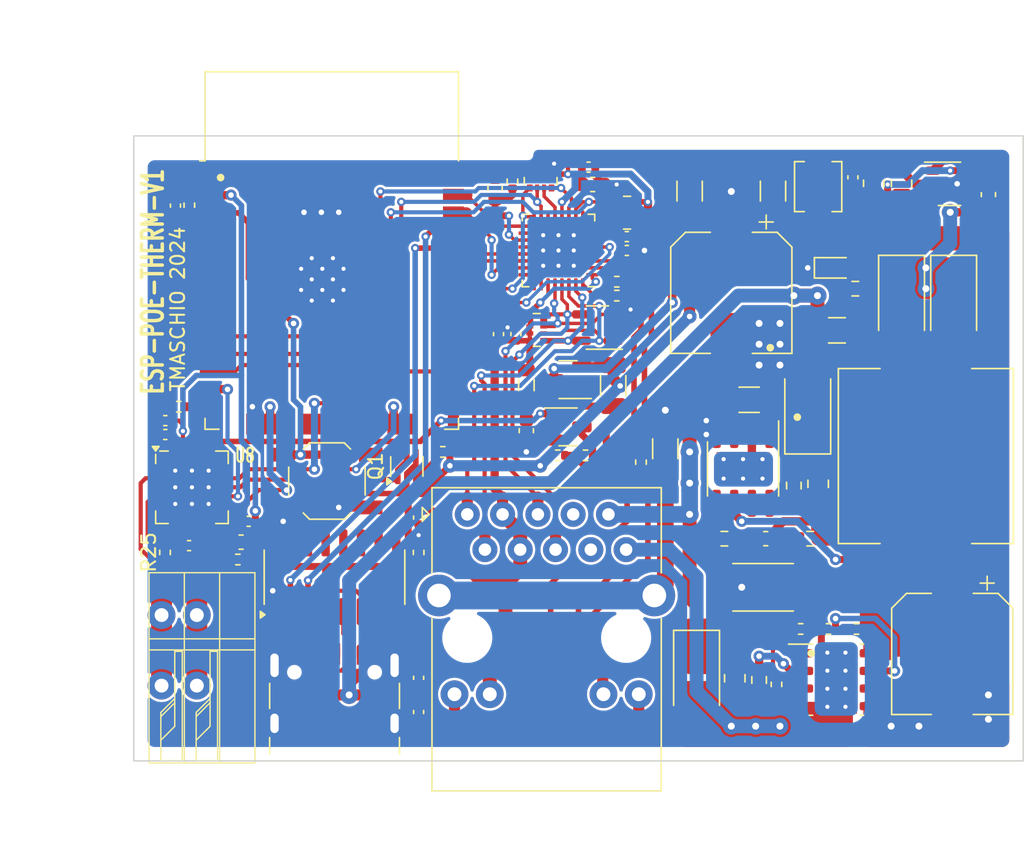
<source format=kicad_pcb>
(kicad_pcb (version 20240108) (generator "pcbnew") (generator_version "8.0")
  (layers (0 "F.Cu" signal) (31 "B.Cu" signal) (34 "B.Paste" user) (35 "F.Paste" user) (36 "B.SilkS" user "B.Silkscreen") (37 "F.SilkS" user "F.Silkscreen") (38 "B.Mask" user) (39 "F.Mask" user) (44 "Edge.Cuts" user))
  (net 0 "")
  (net 1 "PoE-")
  (net 2 "PoE+")
  (net 3 "GND")
  (net 4 "Net-(D2-K)")
  (net 5 "Net-(C3-Pad1)")
  (net 6 "5VPOE")
  (net 7 "Net-(U2-FB)")
  (net 8 "+5V")
  (net 9 "+3.3V")
  (net 10 "Net-(U3-FB)")
  (net 11 "Net-(C10-Pad1)")
  (net 12 "Net-(Q1A-C1)")
  (net 13 "Net-(U6-~{RST})")
  (net 14 "+3.3VA")
  (net 15 "+3.3VLAN")
  (net 16 "Net-(J2-SHIELD)")
  (net 17 "Net-(Q2-G)")
  (net 18 "5VUSB")
  (net 19 "Net-(D5-A)")
  (net 20 "/RD-")
  (net 21 "/TD-")
  (net 22 "/TD+")
  (net 23 "/RD+")
  (net 24 "Net-(U8-BIAS)")
  (net 25 "Net-(U8-ISENSOR)")
  (net 26 "SPI_CS")
  (net 27 "SPI_MISO")
  (net 28 "Net-(J1-CC1)")
  (net 29 "/USB_D+")
  (net 30 "/USB_D-")
  (net 32 "Net-(J1-CC2)")
  (net 34 "Net-(J2-RLED-)")
  (net 35 "Net-(J2-LLED-)")
  (net 36 "/LED_Y_A")
  (net 37 "Net-(J3-Pin_1)")
  (net 38 "Net-(J3-Pin_2)")
  (net 39 "SPI_MOSI")
  (net 40 "SPI_CLK")
  (net 41 "Net-(U3-LX)")
  (net 42 "Net-(Q1A-E1)")
  (net 43 "Net-(Q1A-B1)")
  (net 44 "Net-(Q1B-C2)")
  (net 45 "PHY_PWR")
  (net 46 "Net-(Q3-C)")
  (net 49 "Net-(U1-UVLO)")
  (net 50 "Net-(U1-ILIM)")
  (net 51 "Net-(U1-CLASS)")
  (net 52 "Net-(U1-DET)")
  (net 53 "Net-(R7-Pad2)")
  (net 54 "Net-(U2-BS)")
  (net 55 "Net-(U6-RBIAS)")
  (net 56 "/LED_G_K")
  (net 59 "/EMAC_RXD1")
  (net 60 "/EMAC_RXD0")
  (net 61 "/EMAC_MDIO")
  (net 62 "/EMAC_RX")
  (net 63 "Net-(RN2-R2.1)")
  (net 64 "Net-(RN2-R3.1)")
  (net 65 "Net-(RN2-R4.1)")
  (net 66 "PG")
  (net 68 "Net-(U4-TXD)")
  (net 69 "Net-(U4-RXD)")
  (net 89 "/EMAC_CLK")
  (net 91 "/EMAC_TXD0")
  (net 93 "/EMAC_TXEN")
  (net 94 "/EMAC_TXD1")
  (net 95 "/EMAC_MDC")
  (net 101 "Net-(RN1-R3.1)")
  (net 102 "Net-(U6-VDDCR)")
  (footprint "Tales:R_0402_1005Metric" (layer "F.Cu") (at 106.51 94)
    (property "Reference" "R23")
    (property "Value" "10k/62,5mW")
  )
  (footprint "Tales:C_0402_1005Metric" (layer "F.Cu") (at 96.5 112.48 -90)
    (property "Reference" "C10")
    (property "Value" "1uF/25V")
  )
  (footprint "Tales:R_0402_1005Metric" (layer "F.Cu") (at 78.25 100.99 90)
    (property "Reference" "R25")
    (property "Value" "4,02k/62,5mW")
  )
  (footprint "Tales:TerminalBlock_Dibo_DB141R-2.54-2P_1x02_P2.54mm_Horizontal" (layer "F.Cu") (at 78 110.58)
    (property "Reference" "J3")
    (property "Value" "PT1000 RTD")
  )
  (footprint "Tales:C_0402_1005Metric" (layer "F.Cu") (at 108.73 73.25)
    (property "Reference" "C17")
    (property "Value" "100nF/50V")
  )
  (footprint "Tales:C_0603_1608Metric" (layer "F.Cu") (at 137.5 75.225 90)
    (property "Reference" "C6")
    (property "Value" "10uF/10V")
  )
  (footprint "Tales:R_0402_1005Metric" (layer "F.Cu") (at 123.99 106.5)
    (property "Reference" "R3")
    (property "Value" "180k/62,5mW")
  )
  (footprint "Tales:R_0603_1608Metric" (layer "F.Cu") (at 123.5 96.175 -90)
    (property "Reference" "R8")
    (property "Value" "5,1R/100mW")
  )
  (footprint "Tales:QFN-32-1EP_5x5mm_P0.5mm_EP3.3x3.3mm_ThermalVias" (layer "F.Cu") (at 106.5625 79.25 180)
    (property "Reference" "U6")
    (property "Value" "LAN8710A")
  )
  (footprint "Tales:D_SMA" (layer "F.Cu") (at 135 83 -90)
    (property "Reference" "D3")
    (property "Value" "SS34")
  )
  (footprint "Tales:C_0805_2012Metric" (layer "F.Cu") (at 125.25 96.05 90)
    (property "Reference" "C3")
    (property "Value" "100nF/100V")
  )
  (footprint "Tales:C_0402_1005Metric" (layer "F.Cu") (at 79.98 100.5)
    (property "Reference" "C28")
    (property "Value" "10nF/50V")
  )
  (footprint "Package_SO:SOIC-16_3.9x9.9mm_P1.27mm" (layer "F.Cu") (at 90.445 102.775 90)
    (property "Reference" "U4")
    (property "Value" "CH340C")
  )
  (footprint "Tales:R_0402_1005Metric" (layer "F.Cu") (at 83.49 101.5 180)
    (property "Reference" "R14")
    (property "Value" "5,1k/62,5mW")
  )
  (footprint "Tales:R_0402_1005Metric" (layer "F.Cu") (at 79.24 90.5)
    (property "Reference" "R18")
    (property "Value" "10k/62,5mW")
  )
  (footprint "Tales:RJ45_HanRun_HY931147C" (layer "F.Cu") (at 100 98.25)
    (property "Reference" "J2")
    (property "Value" "RJ45 JACK")
  )
  (footprint "Tales:C_0402_1005Metric" (layer "F.Cu") (at 127.75 73.98 -90)
    (property "Reference" "C7")
    (property "Value" "22pF/50V")
  )
  (footprint "Tales:C_1206_3216Metric" (layer "F.Cu") (at 116 74.975 -90)
    (property "Reference" "C8")
    (property "Value" "22uF/10V")
  )
  (footprint "Tales:C_0402_1005Metric" (layer "F.Cu") (at 78.27 91.5 180)
    (property "Reference" "C27")
    (property "Value" "100nF/50V")
  )
  (footprint "Tales:SOT-23-5_Shorter_Pins" (layer "F.Cu") (at 134.7 74.45)
    (property "Reference" "U3")
    (property "Value" "SY8089A1AAC")
  )
  (footprint "Tales:R_0402_1005Metric" (layer "F.Cu") (at 110.76 81.5 180)
    (property "Reference" "R21")
    (property "Value" "330R/62,5mW")
  )
  (footprint "Tales:L_12x12mm_h6mm" (layer "F.Cu") (at 133 94.05 -90)
    (property "Reference" "L1")
    (property "Value" "33uH/2,1A")
  )
  (footprint "Tales:C_0402_1005Metric" (layer "F.Cu") (at 102.25 85.27 90)
    (property "Reference" "C18")
    (property "Value" "100nF/50V")
  )
  (footprint "Tales:USB_C_Receptacle_GCT_USB4105-xx-A_16P_TopMnt_Horizontal" (layer "F.Cu") (at 90.45 112.22)
    (property "Reference" "J1")
    (property "Value" "USB_C_Receptacle_USB2.0")
  )
  (footprint "Tales:C_0603_1608Metric" (layer "F.Cu") (at 83.725 100.25 180)
    (property "Reference" "C12")
    (property "Value" "10uF/10V")
  )
  (footprint "Tales:C_0402_1005Metric" (layer "F.Cu") (at 96.5 110.02 90)
    (property "Reference" "C11")
    (property "Value" "100nF/50V")
  )
  (footprint "Tales:Fuse_1206_3216Metric" (layer "F.Cu") (at 126.6 85 180)
    (property "Reference" "F1")
    (property "Value" "500mA")
  )
  (footprint "Tales:R_0402_1005Metric" (layer "F.Cu") (at 103.25 74.26 90)
    (property "Reference" "R19")
    (property "Value" "10k/62,5mW")
  )
  (footprint "Tales:C_0402_1005Metric" (layer "F.Cu") (at 84.27 98.75 180)
    (property "Reference" "C13")
    (property "Value" "100nF/50V")
  )
  (footprint "Tales:C_0603_1608Metric" (layer "F.Cu") (at 109.025 74.5)
    (property "Reference" "C19")
    (property "Value" "10uF/10V")
  )
  (footprint "Tales:R_0603_1608Metric" (layer "F.Cu") (at 127.925 82 180)
    (property "Reference" "R11")
    (property "Value" "820R/100mW")
  )
  (footprint "Tales:C_1206_3216Metric" (layer "F.Cu") (at 114.25 93.525 90)
    (property "Reference" "C22")
    (property "Value" "1nF/2kV")
  )
  (footprint "Tales:C_0402_1005Metric" (layer "F.Cu") (at 111.48 78.25)
    (property "Reference" "C21")
    (property "Value" "470pF/50V")
  )
  (footprint "Tales:R_0402_1005Metric" (layer "F.Cu") (at 108.51 94)
    (property "Reference" "R24")
    (property "Value" "1k/62,5mW")
  )
  (footprint "Tales:LED_0603_1608Metric" (layer "F.Cu") (at 126.4625 80.5)
    (property "Reference" "D5")
    (property "Value" "GREEN")
  )
  (footprint "Tales:R_0603_1608Metric" (layer "F.Cu") (at 118.5 100 180)
    (property "Reference" "R10")
    (property "Value" "52,3k/100mW")
  )
  (footprint "Tales:C_0402_1005Metric" (layer "F.Cu") (at 96.5 98.48 -90)
    (property "Reference" "C23")
    (property "Value" "100nF/50V")
  )
  (footprint "Tales:C_1206_3216Metric" (layer "F.Cu") (at 122 74.975 -90)
    (property "Reference" "C9")
    (property "Value" "22uF/10V")
  )
  (footprint "Tales:L_0805_2012Metric" (layer "F.Cu") (at 104.25 88.9375 90)
    (property "Reference" "L3")
    (property "Value" "2A/600R")
  )
  (footprint "Tales:CP_Elec_8x10.5" (layer "F.Cu") (at 134.9 108.3 -90)
    (property "Reference" "C2")
    (property "Value" "22uF/100V")
  )
  (footprint "Tales:C_0805_2012Metric" (layer "F.Cu") (at 119.25 110.05 -90)
    (property "Reference" "C1")
    (property "Value" "100nF/100V")
  )
  (footprint "Tales:C_0402_1005Metric" (layer "F.Cu") (at 111.48 79.25)
    (property "Reference" "C20")
    (property "Value" "1uF/25V")
  )
  (footprint "Tales:ESP32-WROOM-32" (layer "F.Cu") (at 90.25 82.24)
    (property "Reference" "U5")
    (property "Value" "ESP32-WROOM-32E-N4")
  )
  (footprint "Tales:SW_SPST_TL3342" (layer "F.Cu") (at 89.9 95.85 180)
    (property "Reference" "SW1")
    (property "Value" "RESET")
  )
  (footprint "Tales:R_0402_1005Metric" (layer "F.Cu") (at 80 75.99 -90)
    (property "Reference" "R16")
    (property "Value" "10k/62,5mW")
  )
  (footprint "Package_TO_SOT_SMD:SOT-363_SC-70-6" (layer "F.Cu") (at 95.65 94.8 90)
    (property "Reference" "Q1")
    (property "Value" "UMH3N")
  )
  (footprint "Tales:R_0805_2012Metric" (layer "F.Cu") (at 131.25 74.4125 90)
    (property "Reference" "R13")
    (property "Value" "22,1k/0,125W")
  )
  (footprint "Tales:R_2512_6332Metric" (layer "F.Cu") (at 121.2875 103.5 180)
    (property "Reference" "R6")
    (property "Value" "4,7k/1W")
  )
  (footprint "Tales:R_0402_1005Metric" (layer "F.Cu") (at 125.99 106.5 180)
    (property "Reference" "R2")
    (property "Value" "10k/62,5mW")
  )
  (footprint "Tales:C_0603_1608Metric" (layer "F.Cu") (at 121.475 100 180)
    (property "Reference" "C4")
    (property "Value" "12pF/50V")
  )
  (footprint "Tales:D_SMA" (layer "F.Cu") (at 124.5 90.5 90)
    (property "Reference" "D2")
    (property "Value" "SS510")
  )
  (footprint "Tales:SOIC-8-1EP_3.9x4.9mm_P1.27mm_EP2.95x4.9mm_Mask2.71x3.4mm_ThermalVias" (layer "F.Cu") (at 126.5625 110.155)
    (property "Reference" "U1")
    (property "Value" "TPS2376DDAR-H")
  )
  (footprint "Tales:R_0402_1005Metric" (layer "F.Cu") (at 112.5 94.49 90)
    (property "Reference" "R22")
    (property "Value" "330R/62,5mW")
  )
  (footprint "Tales:C_0402_1005Metric" (layer "F.Cu") (at 79 76.02 90)
    (property "Reference" "C14")
    (property "Value" "1uF/25V")
  )
  (footprint "Tales:R_0402_1005Metric" (layer "F.Cu") (at 128.01 106.5 180)
    (property "Reference" "R1")
    (property "Value" "130k/62,5mW")
  )
  (footprint "Tales:R_Array_Convex_4x0402" (layer "F.Cu") (at 111.5 76.53)
    (property "Reference" "RN2")
    (property "Value" "4x2,2k/62,5mW")
  )
  (footprint "Tales:R_0402_1005Metric" (layer "F.Cu") (at 96.5 100.99 90)
    (property "Reference" "R15")
    (property "Value" "5,1k/62,5mW")
  )
  (footprint "Tales:D_SMA" (layer "F.Cu") (at 116.5 110 -90)
    (property "Reference" "D1")
    (property "Value" "SMAJ58A")
  )
  (footprint "Tales:R_Array_Convex_4x0402" (layer "F.Cu") (at 105.28 74.25 90)
    (property "Reference" "RN1")
    (property "Value" "4x2,2k/62,5mW")
  )
  (footprint "Tales:R_0402_1005Metric" (layer "F.Cu") (at 122.25 110.49 -90)
    (property "Reference" "R5")
    (property "Value" "30,1k/62,5mW")
  )
  (footprint "Tales:SOT-23" (layer "F.Cu") (at 107.25 88.55 180)
    (property "Reference" "Q2")
    (property "Value" "WPM2015-3/TR")
  )
  (footprint "Tales:L_3x3mm_h1.5mm" (layer "F.Cu") (at 125.25 74.65 90)
    (property "Reference" "L2")
    (property "Value" "2,2uH/1,5A")
  )
  (footprint "Tales:R_0805_2012Metric" (layer "F.Cu") (at 129.25 74.4125 -90)
    (property "Reference" "R12")
    (property "Value" "100k/0,125W")
  )
  (footprint "Tales:R_0603_1608Metric" (layer "F.Cu") (at 121 110.175 -90)
    (property "Reference" "R4")
    (property "Value" "4,42k/100mW")
  )
  (footprint "Tales:SOIC-8-1EP_3.9x4.9mm_P1.27mm_EP2.41x3.81mm_ThermalVias" (layer "F.Cu") (at 119.845 94.975 -90)
    (property "Reference" "U2")
    (property "Value" "TX4138")
  )
  (footprint "Tales:CP_Elec_8x10.5" (layer "F.Cu") (at 119 82.3 -90)
    (property "Reference" "C5")
    (property "Value" "470uF/16V")
  )
  (footprint "Tales:TQFN-20-1EP_5x5mm_P0.65mm_EP3.25x3.25mm_ThermalVias" (layer "F.Cu") (at 80.1875 96.3)
    (property "Reference" "U8")
    (property "Value" "MAX31865xTP")
  )
  (footprint "Tales:C_0402_1005Metric" (layer "F.Cu") (at 103.5 85.27 90)
    (property "Reference" "C16")
    (property "Value" "100nF/50V")
  )
  (footprint "Tales:C_0603_1608Metric" (layer "F.Cu") (at 102 74.775 -90)
    (property "Reference" "C15")
    (property "Value" "10uF/10V")
  )
  (footprint "Tales:R_1206_3216Metric" (layer "F.Cu") (at 120.2875 90)
    (property "Reference" "R7")
    (property "Value" "30mR/250mW")
  )
  (footprint "Tales:C_0402_1005Metric" (layer "F.Cu") (at 78.27 92.5 180)
    (property "Reference" "C29")
    (property "Value" "100nF/50V")
  )
  (footprint "Tales:R_0603_1608Metric" (layer "F.Cu") (at 124.675 100 180)
    (property "Reference" "R9")
    (property "Value" "300k/100mW")
  )
  (footprint "Tales:R_0402_1005Metric" (layer "F.Cu") (at 110.76 82.5)
    (property "Reference" "R20")
    (property "Value" "12,1k/62,5mW")
  )
  (footprint "Tales:SOT-23-5" (layer "F.Cu") (at 109.3625 84.8 180)
    (property "Reference" "D6")
    (property "Value" "ESDS314DBV")
  )
  (footprint "Tales:D_SMA" (layer "F.Cu") (at 131.25 83 -90)
    (property "Reference" "D4")
    (property "Value" "SS34")
  )
  (footprint "Tales:R_Array_Convex_4x0402" (layer "F.Cu") (at 105 84.97 180)
    (property "Reference" "RN3")
    (property "Value" "4x49,9R/62,5mW")
  )
  (footprint "Tales:SOT-23" (layer "F.Cu") (at 107.25 91.95)
    (property "Reference" "Q3")
    (property "Value" "LMUN2211LT1G")
  )
  (footprint "Tales:C_1206_3216Metric" (layer "F.Cu") (at 110.5 88.975 -90)
    (property "Reference" "C24")
    (property "Value" "22uF/10V")
  )
  (footprint "Tales:R_0402_1005Metric" (layer "F.Cu") (at 98.24 93.75 180)
    (property "Reference" "R17")
    (property "Value" "10k/62,5mW")
  )
  (footprint "Tales:C_0603_1608Metric" (layer "F.Cu") (at 104.25 92.225 -90)
    (property "Reference" "C25")
    (property "Value" "10uF/10V")
  )
  (gr_circle (center 82.25 74) (end 82.45 74) (stroke (width 0.15)) (fill solid) (layer "F.SilkS"))
  (gr_circle (center 121.8 86.25) (end 122 86.25) (stroke (width 0.15)) (fill solid) (layer "F.SilkS"))
  (gr_circle (center 124.75 108.25) (end 124.95 108.25) (stroke (width 0.15)) (fill solid) (layer "F.SilkS"))
  (gr_circle (center 123.75 91.25) (end 123.95 91.25) (stroke (width 0.15)) (fill solid) (layer "F.SilkS"))
  (gr_rect (start 76 71) (end 140 116) (stroke (width 0.1)) (fill none) (layer "Edge.Cuts"))
  (gr_text "TMASCHIO 2024" (at 79.75 89.5 90) (layer "F.SilkS") (effects (font (size 1 1)) (justify left bottom)))
  (gr_text "ESP-POE-THERM-V1" (at 78.25 89.75 90) (layer "F.SilkS") (effects (font (size 1.5 1) (thickness 0.25) (bold yes)) (justify left bottom)))
  (segment (start 124.5 106.5) (end 125.48 106.5) (width 0.5) (layer "F.Cu") (net 1))
  (segment (start 125.48 106.5) (end 125.48 109.0725) (width 0.5) (layer "F.Cu") (net 1))
  (segment (start 125.48 109.0725) (end 125.9125 109.505) (width 0.5) (layer "F.Cu") (net 1))
  (segment (start 125.845 112.055) (end 125.8 112.01) (width 0.6) (layer "F.Cu") (net 1))
  (via (at 120.75 113.5) (size 1.2) (drill 0.5) (layers "F.Cu" "B.Cu") (net 1))
  (via (at 122.5 113.5) (size 1.2) (drill 0.5) (layers "F.Cu" "B.Cu") (net 1))
  (via (at 119 113.5) (size 1.2) (drill 0.5) (layers "F.Cu" "B.Cu") (net 1))
  (segment (start 120.75 113.5) (end 122.5 113.5) (width 1) (layer "B.Cu") (net 1))
  (segment (start 116.5 102.75) (end 114.54 100.79) (width 1) (layer "B.Cu") (net 1))
  (segment (start 114.54 100.79) (end 111.43 100.79) (width 1) (layer "B.Cu") (net 1))
  (segment (start 119 113.5) (end 120.75 113.5) (width 1) (layer "B.Cu") (net 1))
  (segment (start 116.5 111) (end 116.5 102.75) (width 1) (layer "B.Cu") (net 1))
  (segment (start 119 113.5) (end 116.5 111) (width 1) (layer "B.Cu") (net 1))
  (segment (start 119.21 91.46) (end 118.825 91.075) (width 0.5) (layer "F.Cu") (net 2))
  (segment (start 119.75 107) (end 119.25 107.5) (width 0.3) (layer "F.Cu") (net 2))
  (segment (start 119.25 107.5) (end 119.25 109.1) (width 0.3) (layer "F.Cu") (net 2))
  (segment (start 122 109.73) (end 122 107.25) (width 0.3) (layer "F.Cu") (net 2))
  (segment (start 122 107.25) (end 121.75 107) (width 0.3) (layer "F.Cu") (net 2))
  (segment (start 116 90.75) (end 116.75 90) (width 1) (layer "F.Cu") (net 2))
  (segment (start 122.25 109.98) (end 122 109.73) (width 0.3) (layer "F.Cu") (net 2))
  (segment (start 116.75 90) (end 118.825 90) (width 1) (layer "F.Cu") (net 2))
  (segment (start 121.75 107) (end 119.75 107) (width 0.3) (layer "F.Cu") (net 2))
  (segment (start 116 104.25) (end 116 90.75) (width 1) (layer "F.Cu") (net 2))
  (segment (start 116.5 107) (end 116.5 104.75) (width 1) (layer "F.Cu") (net 2))
  (segment (start 119.21 92.5) (end 119.21 91.46) (width 0.5) (layer "F.Cu") (net 2))
  (segment (start 118.825 91.075) (end 118.825 90) (width 0.5) (layer "F.Cu") (net 2))
  (segment (start 116.5 104.75) (end 116 104.25) (width 1) (layer "F.Cu") (net 2))
  (via (at 116 93.75) (size 1.3) (drill 0.5) (layers "F.Cu" "B.Cu") (net 2))
  (via (at 116 98.25) (size 1.3) (drill 0.5) (layers "F.Cu" "B.Cu") (net 2))
  (via (at 116 96) (size 1.3) (drill 0.5) (layers "F.Cu" "B.Cu") (net 2))
  (segment (start 116 98.25) (end 110.16 98.25) (width 1.2) (layer "B.Cu") (net 2))
  (segment (start 116 96.5) (end 116 93.5) (width 1.2) (layer "B.Cu") (net 2))
  (segment (start 116 98.25) (end 116 96.5) (width 1.2) (layer "B.Cu") (net 2))
  (segment (start 117.2 92.5) (end 117.2 91.5) (width 0.6) (layer "F.Cu") (net 3))
  (segment (start 82.98 100.28) (end 82.95 100.25) (width 0.5) (layer "F.Cu") (net 3))
  (segment (start 94.77 113.295) (end 96.165 113.295) (width 0.6) (layer "F.Cu") (net 3))
  (segment (start 114.25 92.05) (end 114.25 90.75) (width 1) (layer "F.Cu") (net 3))
  (segment (start 117.94 92.5) (end 117.2 92.5) (width 0.6) (layer "F.Cu") (net 3))
  (segment (start 81.4875 94.85) (end 81.5625 94.925) (width 0.3) (layer "F.Cu") (net 3))
  (segment (start 132.2 74.45) (end 131.25 73.5) (width 0.6) (layer "F.Cu") (net 3))
  (segment (start 116 76.45) (end 117.45 75) (width 0.8) (layer "F.Cu") (net 3))
  (segment (start 118.325 100.65) (end 117.675 100) (width 0.8) (layer "F.Cu") (net 3))
  (segment (start 104.8125 81.6875) (end 104.8125 81) (width 0.25) (layer "F.Cu") (net 3))
  (segment (start 89.5 76.5) (end 90.75 76.5) (width 0.8) (layer "F.Cu") (net 3))
  (segment (start 112 78.21) (end 111.96 78.25) (width 0.4) (layer "F.Cu") (net 3))
  (segment (start 77.79 90.96) (end 77.79 91.5) (width 0.5) (layer "F.Cu") (net 3))
  (segment (start 82.25 100.25) (end 82.95 100.25) (width 0.4) (layer "F.Cu") (net 3))
  (segment (start 111.75 82.98) (end 111.75 84.5) (width 0.5) (layer "F.Cu") (net 3))
  (segment (start 103 84.79) (end 103.5 84.79) (width 0.5) (layer "F.Cu") (net 3))
  (segment (start 112.5 93.98) (end 112.5 93.8) (width 0.5) (layer "F.Cu") (net 3))
  (segment (start 105.7 73) (end 106.25 73) (width 0.3) (layer "F.Cu") (net 3))
  (segment (start 94.77 109.115) (end 96.075 109.115) (width 0.6) (layer "F.Cu") (net 3))
  (segment (start 96.165 113.295) (end 96.5 112.96) (width 0.6) (layer "F.Cu") (net 3))
  (segment (start 112 77.31) (end 112 78.21) (width 0.4) (layer "F.Cu") (net 3))
  (segment (start 77.79 92.5) (end 77.79 93.9025) (width 0.4) (layer "F.Cu") (net 3))
  (segment (start 82.625 95) (end 81.6375 95) (width 0.3) (layer "F.Cu") (net 3))
  (segment (start 81.4875 93.8625) (end 81.4875 94.85) (width 0.3) (layer "F.Cu") (net 3))
  (segment (start 89.5 74) (end 102 74) (width 0.8) (layer "F.Cu") (net 3))
  (segment (start 104.35 92.9) (end 106.25 92.9) (width 0.5) (layer "F.Cu") (net 3))
  (segment (start 89.5 76.5) (end 88.25 76.5) (width 0.8) (layer "F.Cu") (net 3))
  (segment (start 104.125 81) (end 104.8125 81) (width 0.25) (layer "F.Cu") (net 3))
  (segment (start 87.25 108.5) (end 86.705 108.5) (width 0.6) (layer "F.Cu") (net 3))
  (segment (start 77.79 92.5) (end 77.79 91.5) (width 0.5) (layer "F.Cu") (net 3))
  (segment (start 81.5 74) (end 89.5 74) (width 0.8) (layer "F.Cu") (net 3))
  (segment (start 81.4875 97.75) (end 81.5625 97.675) (width 0.3) (layer "F.Cu") (net 3))
  (segment (start 86.75 98.75) (end 86.75 97.75) (width 0.6) (layer "F.Cu") (net 3))
  (segment (start 105.53 73.17) (end 105.7 73) (width 0.3) (layer "F.Cu") (net 3))
  (segment (start 104.25 93.75) (end 104.25 93) (width 0.8) (layer "F.Cu") (net 3))
  (segment (start 96.5 98.96) (end 96.5 99.75) (width 0.5) (layer "F.Cu") (net 3))
  (segment (start 111.96 79.25) (end 112.75 79.25) (width 0.5) (layer "F.Cu") (net 3))
  (segment (start 102.5 84.79) (end 103 84.79) (width 0.5) (layer "F.Cu") (net 3))
  (segment (start 81.4875 99.4875) (end 82.25 100.25) (width 0.4) (layer "F.Cu") (net 3))
  (segment (start 96.075 109.115) (end 96.5 109.54) (width 0.6) (layer "F.Cu") (net 3))
  (segment (start 81.5 73.99) (end 79.76 73.99) (width 0.5) (layer "F.Cu") (net 3))
  (segment (start 93.05 97.75) (end 90.75 97.75) (width 0.6) (layer "F.Cu") (net 3))
  (segment (start 79 74.75) (end 79 75.54) (width 0.5) (layer "F.Cu") (net 3))
  (segment (start 104.8125 81) (end 105.4625 80.35) (width 0.25) (layer "F.Cu") (net 3))
  (segment (start 78.71 90.52) (end 78.73 90.5) (width 0.5) (layer "F.Cu") (net 3))
  (segment (start 112.5 93.8) (end 114.25 92.05) (width 0.5) (layer "F.Cu") (net 3))
  (segment (start 78.8875 98.7375) (end 78.8875 97.75) (width 0.3) (layer "F.Cu") (net 3))
  (segment (start 84.535 90.5) (end 84.535 91.605) (width 0.6) (layer "F.Cu") (net 3))
  (segment (start 89.5 76.5) (end 89.5 74) (width 0.8) (layer "F.Cu") (net 3))
  (segment (start 86 105.25) (end 86 103.75) (width 0.4) (layer "F.Cu") (net 3))
  (segment (start 81.4875 98.7375) (end 81.4875 99.4875) (width 0.4) (layer "F.Cu") (net 3))
  (segment (start 109.21 73.25) (end 109.21 73.91) (width 0.5) (layer "F.Cu") (net 3))
  (segment (start 109.21 73.91) (end 109.8 74.5) (width 0.5) (layer "F.Cu") (net 3))
  (segment (start 133.5 74.45) (end 137.5 74.45) (width 0.6) (layer "F.Cu") (net 3))
  (segment (start 77.79 93.9025) (end 78.9875 95.1) (width 0.4) (layer "F.Cu") (net 3))
  (segment (start 93.65 108.5) (end 94.155 108.5) (width 0.6) (layer "F.Cu") (net 3))
  (segment (start 111.45 84.8) (end 110.5 84.8) (width 0.5) (layer "F.Cu") (net 3))
  (segment (start 111.27 82.5) (end 111.75 82.98) (width 0.5) (layer "F.Cu") (net 3))
  (segment (start 82.98 101.5) (end 82.98 100.28) (width 0.5) (layer "F.Cu") (net 3))
  (segment (start 111.75 84.5) (end 111.45 84.8) (width 0.5) (layer "F.Cu") (net 3))
  (segment (start 81.6375 95) (end 81.5625 94.925) (width 0.3) (layer "F.Cu") (net 3))
  (segment (start 78.8875 97.75) (end 78.8125 97.675) (width 0.3) (layer "F.Cu") (net 3))
  (segment (start 117.45 75) (end 120.55 75) (width 0.8) (layer "F.Cu") (net 3))
  (segment (start 110.75 74.5) (end 109.8 74.5) (width 0.5) (layer "F.Cu") (net 3))
  (segment (start 78.73 90.5) (end 78.25 90.5) (width 0.5) (layer "F.Cu") (net 3))
  (segment (start 94.155 108.5) (end 94.77 109.115) (width 0.6) (layer "F.Cu") (net 3))
  (segment (start 125.675 80.5) (end 124.5 80.5) (width 0.6) (layer "F.Cu") (net 3))
  (segment (start 86.705 108.5) (end 86.13 109.075) (width 0.6) (layer "F.Cu") (net 3))
  (segment (start 83.79 98.75) (end 81.5 98.75) (width 0.4) (layer "F.Cu") (net 3))
  (segment (start 105.53 73.75) (end 105.53 73.17) (width 0.3) (layer "F.Cu") (net 3))
  (segment (start 118.325 103.5) (end 118.325 100.65) (width 0.8) (layer "F.Cu") (net 3))
  (segment (start 81.4875 98.7375) (end 81.4875 97.75) (width 0.4) (layer "F.Cu") (net 3))
  (segment (start 81.5 98.75) (end 81.4875 98.7375) (width 0.4) (layer "F.Cu") (net 3))
  (segment (start 111.96 78.25) (end 111.96 79.25) (width 0.4) (layer "F.Cu") (net 3))
  (segment (start 96.5 100.48) (end 96.5 99.75) (width 0.5) (layer "F.Cu") (net 3))
  (segment (start 120.55 75) (end 122 76.45) (width 0.8) (layer "F.Cu") (net 3))
  (segment (start 133.5 74.45) (end 132.2 74.45) (width 0.6) (layer "F.Cu") (net 3))
  (segment (start 104.25 93) (end 104.35 92.9) (width 0.5) (layer "F.Cu") (net 3))
  (segment (start 78.25 90.5) (end 77.79 90.96) (width 0.5) (layer "F.Cu") (net 3))
  (segment (start 79.76 73.99) (end 79 74.75) (width 0.5) (layer "F.Cu") (net 3))
  (segment (start 112 76.78) (end 112 77.31) (width 0.3) (layer "F.Cu") (net 3))
  (via (at 96.5 99.75) (size 0.6) (drill 0.3) (layers "F.Cu" "B.Cu") (net 3))
  (via (at 130.5 113.5) (size 1.2) (drill 0.5) (layers "F.Cu" "B.Cu") (net 3))
  (via (at 111.75 83.5) (size 0.6) (drill 0.3) (layers "F.Cu" "B.Cu") (net 3))
  (via (at 121 86) (size 1.2) (drill 0.5) (layers "F.Cu" "B.Cu") (net 3))
  (via (at 88.25 76.5) (size 0.8) (drill 0.4) (layers "F.Cu" "B.Cu") (net 3))
  (via (at 124.5 80.5) (size 1) (drill 0.4) (layers "F.Cu" "B.Cu") (net 3))
  (via (at 137.5 113) (size 1.2) (drill 0.5) (layers "F.Cu" "B.Cu") (net 3))
  (via (at 90.75 76.5) (size 0.8) (drill 0.4) (layers "F.Cu" "B.Cu") (net 3))
  (via (at 89.5 76.5) (size 0.8) (drill 0.4) (layers "F.Cu" "B.Cu") (net 3))
  (via (at 119 75) (size 1.2) (drill 0.5) (layers "F.Cu" "B.Cu") (net 3))
  (via (at 86.75 98.75) (size 0.8) (drill 0.4) (layers "F.Cu" "B.Cu") (net 3))
  (via (at 137.5 111.25) (size 1.2) (drill 0.5) (layers "F.Cu" "B.Cu") (net 3))
  (via (at 132.5 113.5) (size 1.2) (drill 0.5) (layers "F.Cu" "B.Cu") (net 3))
  (via (at 122.5 87.5) (size 1.2) (drill 0.5) (layers "F.Cu" "B.Cu") (net 3))
  (via (at 104.25 93.75) (size 0.8) (drill 0.4) (layers "F.Cu" "B.Cu") (net 3))
  (via (at 106.25 73) (size 0.6) (drill 0.3) (layers "F.Cu" "B.Cu") (net 3))
  (via (at 122.5 84.5) (size 1.2) (drill 0.5) (layers "F.Cu" "B.Cu") (net 3))
  (via (at 102.9 84.79) (size 0.6) (drill 0.3) (layers "F.Cu" "B.Cu") (net 3))
  (via (at 135.25 74.45) (size 1) (drill 0.4) (layers "F.Cu" "B.Cu") (net 3))
  (via (at 121 87.5) (size 1.2) (drill 0.5) (layers "F.Cu" "B.Cu") (net 3))
  (via (at 114.25 90.75) (size 1.2) (drill 0.5) (layers "F.Cu" "B.Cu") (net 3))
  (via (at 119.75 103.5) (size 1.2) (drill 0.5) (layers "F.Cu" "B.Cu") (net 3))
  (via (at 117.2 92.5) (size 0.8) (drill 0.4) (layers "F.Cu" "B.Cu") (net 3))
  (via (at 112.75 79.25) (size 0.8) (drill 0.4) (layers "F.Cu" "B.Cu") (net 3))
  (via (at 86 103.75) (size 0.8) (drill 0.4) (layers "F.Cu" "B.Cu") (net 3))
  (via (at 117.2 91.5) (size 0.8) (drill 0.4) (layers "F.Cu" "B.Cu") (net 3))
  (via (at 110.75 74.5) (size 0.6) (drill 0.3) (layers "F.Cu" "B.Cu") (net 3))
  (via (at 90.75 97.75) (size 0.8) (drill 0.4) (layers "F.Cu" "B.Cu") (net 3))
  (via (at 121 84.5) (size 1.2) (drill 0.5) (layers "F.Cu" "B.Cu") (net 3))
  (via (at 84.535 90.5) (size 0.8) (drill 0.4) (layers "F.Cu" "B.Cu") (net 3))
  (via (at 122.5 86) (size 1.2) (drill 0.5) (layers "F.Cu" "B.Cu") (net 3))
  (segment (start 124.5 94.35) (end 125.25 95.1) (width 0.6) (layer "F.Cu") (net 4))
  (segment (start 126 92.5) (end 129.4 89.1) (width 1.5) (layer "F.Cu") (net 4))
  (segment (start 129.4 89.1) (end 133 89.1) (width 1.5) (layer "F.Cu") (net 4))
  (segment (start 124.5 92.5) (end 126 92.5) (width 1.5) (layer "F.Cu") (net 4))
  (segment (start 124.5 92.5) (end 124.5 94.35) (width 0.6) (layer "F.Cu") (net 4))
  (segment (start 121.75 92.5) (end 124.5 92.5) (width 0.6) (layer "F.Cu") (net 4))
  (segment (start 125.15 97) (end 123.5 95.35) (width 0.6) (layer "F.Cu") (net 5))
  (segment (start 125.25 97) (end 125.15 97) (width 0.6) (layer "F.Cu") (net 5))
  (segment (start 122.25 100) (end 122.25 99.25) (width 0.6) (layer "F.Cu") (net 6))
  (segment (start 125 98.75) (end 125.5 99.25) (width 0.6) (layer "F.Cu") (net 6))
  (segment (start 122.25 99.25) (end 122.75 98.75) (width 0.6) (layer "F.Cu") (net 6))
  (segment (start 125.5 99.25) (end 125.5 99.5) (width 0.6) (layer "F.Cu") (net 6))
  (segment (start 122.75 98.75) (end 125 98.75) (width 0.6) (layer "F.Cu") (net 6))
  (segment (start 120.7 100) (end 120.7 100.7) (width 0.6) (layer "F.Cu") (net 7))
  (segment (start 123.85 100.65) (end 123.85 100) (width 0.6) (layer "F.Cu") (net 7))
  (segment (start 123.5 101) (end 123.85 100.65) (width 0.6) (layer "F.Cu") (net 7))
  (segment (start 120.7 100.7) (end 121 101) (width 0.6) (layer "F.Cu") (net 7))
  (segment (start 121 101) (end 123.5 101) (width 0.6) (layer "F.Cu") (net 7))
  (segment (start 119.325 100) (end 117.94 98.615) (width 0.6) (layer "F.Cu") (net 7))
  (segment (start 119.325 100) (end 120.7 100) (width 0.6) (layer "F.Cu") (net 7))
  (segment (start 117.94 98.615) (end 117.94 97.45) (width 0.6) (layer "F.Cu") (net 7))
  (segment (start 130.25 82) (end 131.25 81) (width 0.8) (layer "F.Cu") (net 8))
  (segment (start 128.75 82) (end 130.25 82) (width 0.8) (layer "F.Cu") (net 8))
  (segment (start 137 76.5) (end 134.75 76.5) (width 0.6) (layer "F.Cu") (net 8))
  (segment (start 135.9 75.4) (end 135.9 76.5) (width 0.6) (layer "F.Cu") (net 8))
  (segment (start 138.455 75.045) (end 138.455 73.655) (width 0.6) (layer "F.Cu") (net 8))
  (segment (start 137.5 76) (end 137 76.5) (width 0.6) (layer "F.Cu") (net 8))
  (segment (start 137.5 76) (end 138.455 75.045) (width 0.6) (layer "F.Cu") (net 8))
  (segment (start 134.28 72.72) (end 133.5 73.5) (width 0.6) (layer "F.Cu") (net 8))
  (segment (start 137.52 72.72) (end 134.28 72.72) (width 0.6) (layer "F.Cu") (net 8))
  (segment (start 138.455 73.655) (end 137.52 72.72) (width 0.6) (layer "F.Cu") (net 8))
  (via (at 133 82) (size 1.2) (drill 0.5) (layers "F.Cu" "B.Cu") (net 8))
  (via (at 134.75 76.5) (size 1.2) (drill 0.5) (layers "F.Cu" "B.Cu") (net 8))
  (via (at 133 80.5) (size 1.2) (drill 0.5) (layers "F.Cu" "B.Cu") (net 8))
  (segment (start 133 80.5) (end 134.75 78.75) (width 1) (layer "B.Cu") (net 8))
  (segment (start 133 80.5) (end 133 82) (width 1) (layer "B.Cu") (net 8))
  (segment (start 134.75 78.75) (end 134.75 76.5) (width 1) (layer "B.Cu") (net 8))
  (segment (start 83 75.26) (end 82.99 75.27) (width 0.6) (layer "F.Cu") (net 9))
  (segment (start 84.5 99.625) (end 84.5 100.25) (width 0.5) (layer "F.Cu") (net 9))
  (segment (start 110.5 87.5) (end 110.5 88.5) (width 0.8) (layer "F.Cu") (net 9))
  (segment (start 86 100.3) (end 86 101.5) (width 0.5) (layer "F.Cu") (net 9))
  (segment (start 98.75 94.75) (end 98.75 93.75) (width 0.5) (layer "F.Cu") (net 9))
  (segment (start 78.8875 93.1375) (end 78.75 93) (width 0.3) (layer "F.Cu") (net 9))
  (segment (start 109.25 87.6) (end 108.25 87.6) (width 0.6) (layer "F.Cu") (net 9))
  (segment (start 89.81 102) (end 89.81 105.25) (width 0.5) (layer "F.Cu") (net 9))
  (segment (start 79.5375 93.8625) (end 79.5375 92.25) (width 0.3) (layer "F.Cu") (net 9))
  (segment (start 84.5 100.25) (end 85.95 100.25) (width 0.5) (layer "F.Cu") (net 9))
  (segment (start 78.75 93) (end 78.75 92.5) (width 0.3) (layer "F.Cu") (net 9))
  (segment (start 95.25 102) (end 95.75 101.5) (width 0.5) (layer "F.Cu") (net 9))
  (segment (start 114.25 77.75) (end 114.25 74.35) (width 0.8) (layer "F.Cu") (net 9))
  (segment (start 116 79.5) (end 114.25 77.75) (width 0.8) (layer "F.Cu") (net 9))
  (segment (start 127.75 73.5) (end 129.25 73.5) (width 0.6) (layer "F.Cu") (net 9))
  (segment (start 86.5 102) (end 95.25 102) (width 0.5) (layer "F.Cu") (net 9))
  (segment (start 109.35 87.5) (end 110.5 87.5) (width 0.6) (layer "F.Cu") (net 9))
  (segment (start 96.25 96.75) (end 96.75 96.75) (width 0.5) (layer "F.Cu") (net 9))
  (segment (start 109.25 87.6) (end 109.35 87.5) (width 0.6) (layer "F.Cu") (net 9))
  (segment (start 95.75 97.25) (end 96.25 96.75) (width 0.5) (layer "F.Cu") (net 9))
  (segment (start 85.95 100.25) (end 86 100.3) (width 0.5) (layer "F.Cu") (net 9))
  (segment (start 110.5 88.5) (end 111 89) (width 0.8) (layer "F.Cu") (net 9))
  (segment (start 122 73.5) (end 125.25 73.5) (width 0.6) (layer "F.Cu") (net 9))
  (segment (start 79.25 91.5) (end 78.75 91.5) (width 0.3) (layer "F.Cu") (net 9))
  (segment (start 82.99 75.27) (end 81.5 75.27) (width 0.6) (layer "F.Cu") (net 9))
  (segment (start 78.75 92.5) (end 78.75 91.5) (width 0.3) (layer "F.Cu") (net 9))
  (segment (start 86 101.5) (end 86.5 102) (width 0.5) (layer "F.Cu") (net 9))
  (segment (start 95.75 101.5) (end 95.75 97.25) (width 0.5) (layer "F.Cu") (net 9))
  (segment (start 105.25 94.75) (end 106 94) (width 0.5) (layer "F.Cu") (net 9))
  (segment (start 78.8875 93.8625) (end 78.8875 93.1375) (width 0.3) (layer "F.Cu") (net 9))
  (segment (start 79.5375 91.7875) (end 79.25 91.5) (width 0.3) (layer "F.Cu") (net 9))
  (segment (start 80.22 75.26) (end 80 75.48) (width 0.5) (layer "F.Cu") (net 9))
  (segment (start 116 84) (end 116 79.5) (width 0.8) (layer "F.Cu") (net 9))
  (segment (start 116 73.5) (end 122 73.5) (width 0.8) (layer "F.Cu") (net 9))
  (segment (start 84.75 98.75) (end 84.75 99.375) (width 0.5) (layer "F.Cu") (net 9))
  (segment (start 96.75 96.75) (end 98.75 94.75) (width 0.5) (layer "F.Cu") (net 9))
  (segment (start 84.75 99.375) (end 84.5 99.625) (width 0.5) (layer "F.Cu") (net 9))
  (segment (start 81.5 75.26) (end 80.22 75.26) (width 0.5) (layer "F.Cu") (net 9))
  (segment (start 115.1 73.5) (end 116 73.5) (width 0.8) (layer "F.Cu") (net 9))
  (segment (start 114.25 74.35) (end 115.1 73.5) (width 0.8) (layer "F.Cu") (net 9))
  (segment (start 79.5375 92.25) (end 79.5375 91.7875) (width 0.3) (layer "F.Cu") (net 9))
  (segment (start 84.75 98) (end 84.75 98.75) (width 0.5) (layer "F.Cu") (net 9))
  (segment (start 125.25 73.5) (end 127.75 73.5) (width 0.6) (layer "F.Cu") (net 9))
  (via (at 83 75.26) (size 0.8) (drill 0.4) (layers "F.Cu" "B.Cu") (net 9))
  (via (at 84.75 98) (size 0.8) (drill 0.4) (layers "F.Cu" "B.Cu") (net 9))
  (via (at 111 89) (size 1) (drill 0.4) (layers "F.Cu" "B.Cu") (net 9))
  (via (at 98.75 94.75) (size 1) (drill 0.4) (layers "F.Cu" "B.Cu") (net 9))
  (via (at 116 84) (size 1) (drill 0.4) (layers "F.Cu" "B.Cu") (net 9))
  (via (at 105.25 94.75) (size 1) (drill 0.4) (layers "F.Cu" "B.Cu") (net 9))
  (via (at 79.5375 92.25) (size 0.6) (drill 0.3) (layers "F.Cu" "B.Cu") (net 9))
  (segment (start 110.975 89) (end 105.225 94.75) (width 0.8) (layer "B.Cu") (net 9))
  (segment (start 79.5375 89.2125) (end 80.5 88.25) (width 0.4) (layer "B.Cu") (net 9))
  (segment (start 79.5375 92.25) (end 79.5375 89.2125) (width 0.4) (layer "B.Cu") (net 9))
  (segment (start 116 84) (end 111 89) (width 0.8) (layer "B.Cu") (net 9))
  (segment (start 84.75 94) (end 83.75 93) (width 0.4) (layer "B.Cu") (net 9))
  (segment (start 83.75 76.01) (end 83 75.26) (width 0.4) (layer "B.Cu") (net 9))
  (segment (start 84.75 98) (end 84.75 94) (width 0.4) (layer "B.Cu") (net 9))
  (segment (start 111 89) (end 110.975 89) (width 0.8) (layer "B.Cu") (net 9))
  (segment (start 83.75 88.25) (end 83.75 76.01) (width 0.4) (layer "B.Cu") (net 9))
  (segment (start 80.5 88.25) (end 83.75 88.25) (width 0.4) (layer "B.Cu") (net 9))
  (segment (start 105.25 94.75) (end 98.75 94.75) (width 0.8) (layer "B.Cu") (net 9))
  (segment (start 83.75 93) (end 83.75 88.25) (width 0.4) (layer "B.Cu") (net 9))
  (segment (start 130.25 75.325) (end 130.25 74.5) (width 0.5) (layer "F.Cu") (net 10))
  (segment (start 128.615 75.325) (end 127.75 74.46) (width 0.6) (layer "F.Cu") (net 10))
  (segment (start 134.75 73.5) (end 135.9 73.5) (width 0.5) (layer "F.Cu") (net 10))
  (segment (start 129.25 75.325) (end 128.615 75.325) (width 0.6) (layer "F.Cu") (net 10))
  (segment (start 129.25 75.325) (end 131.25 75.325) (width 0.8) (layer "F.Cu") (net 10))
  (via (at 134.75 73.5) (size 0.6) (drill 0.3) (layers "F.Cu" "B.Cu") (net 10))
  (via (at 130.25 74.5) (size 0.6) (drill 0.3) (layers "F.Cu" "B.Cu") (net 10))
  (segment (start 132.75 73.5) (end 134.75 73.5) (width 0.5) (layer "B.Cu") (net 10))
  (segment (start 130.25 74.5) (end 131.75 74.5) (width 0.5) (layer "B.Cu") (net 10))
  (segment (start 131.75 74.5) (end 132.75 73.5) (width 0.5) (layer "B.Cu") (net 10))
  (segment (start 125.2 82.5) (end 123.5 82.5) (width 1) (layer "F.Cu") (net 11))
  (segment (start 92.85 108.5) (end 92.85 109.09) (width 0.3) (layer "F.Cu") (net 11))
  (segment (start 89 110) (end 90.25 111.25) (width 0.8) (layer "F.Cu") (net 11))
  (segment (start 88.05 108.5) (end 88.05 109.05) (width 0.3) (layer "F.Cu") (net 11))
  (segment (start 90.25 111.25) (end 96.5 111.25) (width 0.8) (layer "F.Cu") (net 11))
  (segment (start 96.5 110.5) (end 96.5 111.25) (width 0.4) (layer "F.Cu") (net 11))
  (segment (start 92.85 109.09) (end 92.19 109.75) (width 0.3) (layer "F.Cu") (net 11))
  (segment (start 91.5 110.44) (end 92.19 109.75) (width 0.8) (layer "F.Cu") (net 11))
  (segment (start 125.2 82.5) (end 125.2 85) (width 1) (layer "F.Cu") (net 11))
  (segment (start 96.5 112) (end 96.5 111.25) (width 0.4) (layer "F.Cu") (net 11))
  (segment (start 91.5 111.25) (end 91.5 110.44) (width 0.8) (layer "F.Cu") (net 11))
  (segment (start 88.05 109.05) (end 89 110) (width 0.3) (layer "F.Cu") (net 11))
  (via (at 125.2 82.5) (size 1.3) (drill 0.5) (layers "F.Cu" "B.Cu") (net 11))
  (via (at 91.5 111.25) (size 1.3) (drill 0.5) (layers "F.Cu" "B.Cu") (net 11))
  (via (at 123.5 82.5) (size 1.3) (drill 0.5) (layers "F.Cu" "B.Cu") (net 11))
  (segment (start 106 96) (end 98.5 96) (width 1) (layer "B.Cu") (net 11))
  (segment (start 119.5 82.5) (end 106 96) (width 1) (layer "B.Cu") (net 11))
  (segment (start 123.5 82.5) (end 119.5 82.5) (width 1) (layer "B.Cu") (net 11))
  (segment (start 98.5 96) (end 91.5 103) (width 1) (layer "B.Cu") (net 11))
  (segment (start 125.2 82.5) (end 123.5 82.5) (width 1) (layer "B.Cu") (net 11))
  (segment (start 91.5 103) (end 91.5 111.25) (width 1) (layer "B.Cu") (net 11))
  (segment (start 84.25 81.25) (end 84.25 77.25) (width 0.4) (layer "F.Cu") (net 12))
  (segment (start 95 93.85) (end 93.15 93.85) (width 0.4) (layer "F.Cu") (net 12))
  (segment (start 82.54 76.54) (end 81.5 76.54) (width 0.8) (layer "F.Cu") (net 12))
  (segment (start 80.28 76.53) (end 81.5 76.53) (width 0.5) (layer "F.Cu") (net 12))
  (segment (start 86.75 93.95) (end 93.05 93.95) (width 0.6) (layer "F.Cu") (net 12))
  (segment (start 79 76.5) (end 80.25 76.5) (width 0.5) (layer "F.Cu") (net 12))
  (segment (start 80.25 76.5) (end 80.28 76.53) (width 0.5) (layer "F.Cu") (net 12))
  (segment (start 87.5 84.5) (end 84.25 81.25) (width 0.4) (layer "F.Cu") (net 12))
  (segment (start 83.54 76.54) (end 82.54 76.54) (width 0.4) (layer "F.Cu") (net 12))
  (segment (start 84.25 77.25) (end 83.54 76.54) (width 0.4) (layer "F.Cu") (net 12))
  (segment (start 93.15 93.85) (end 93.05 93.95) (width 0.4) (layer "F.Cu") (net 12))
  (via (at 88 93.95) (size 0.8) (drill 0.4) (layers "F.Cu" "B.Cu") (net 12))
  (via (at 87.5 84.5) (size 0.8) (drill 0.4) (layers "F.Cu" "B.Cu") (net 12))
  (segment (start 87.5 90) (end 88 90.5) (width 0.4) (layer "B.Cu") (net 12))
  (segment (start 87.5 84.5) (end 87.5 90) (width 0.4) (layer "B.Cu") (net 12))
  (segment (start 88 90.5) (end 88 93.95) (width 0.4) (layer "B.Cu") (net 12))
  (segment (start 102.95 75.55) (end 103.25 75.25) (width 0.5) (layer "F.Cu") (net 13))
  (segment (start 103.25 75.25) (end 103.25 74.77) (width 0.5) (layer "F.Cu") (net 13))
  (segment (start 102 76.25) (end 102 75.55) (width 0.5) (layer "F.Cu") (net 13))
  (segment (start 103.395 78.5) (end 103 78.105) (width 0.25) (layer "F.Cu") (net 13))
  (segment (start 102.5 76.75) (end 102 76.25) (width 0.5) (layer "F.Cu") (net 13))
  (segment (start 103 76.75) (end 102.5 76.75) (width 0.5) (layer "F.Cu") (net 13))
  (segment (start 102 75.55) (end 102.95 75.55) (width 0.5) (layer "F.Cu") (net 13))
  (segment (start 104.125 78.5) (end 103.395 78.5) (width 0.25) (layer "F.Cu") (net 13))
  (via (at 103 78.105) (size 0.6) (drill 0.3) (layers "F.Cu" "B.Cu") (net 13))
  (via (at 103 76.75) (size 0.6) (drill 0.3) (layers "F.Cu" "B.Cu") (net 13))
  (segment (start 103 76.75) (end 103 78.105) (width 0.3) (layer "B.Cu") (net 13))
  (segment (start 101.97 96.43) (end 101.97 86.03) (width 0.6) (layer "F.Cu") (net 14))
  (segment (start 109 81.25) (end 109.25 81.5) (width 0.25) (layer "F.Cu") (net 14))
  (segment (start 102.54 97) (end 101.97 96.43) (width 0.6) (layer "F.Cu") (net 14))
  (segment (start 105.25 83) (end 104.5 83.75) (width 0.4) (layer "F.Cu") (net 14))
  (segment (start 103.81 99.52) (end 102.54 98.25) (width 1) (layer "F.Cu") (net 14))
  (segment (start 109 81) (end 109 81.25) (width 0.25) (layer "F.Cu") (net 14))
  (segment (start 104.5 84.72) (end 104.5 84.19) (width 0.3) (layer "F.Cu") (net 14))
  (segment (start 104.5 87.625) (end 104.5 85.75) (width 0.5) (layer "F.Cu") (net 14))
  (segment (start 104.5 85.75) (end 104.5 85.22) (width 0.3) (layer "F.Cu") (net 14))
  (segment (start 102.75 108.5) (end 101.62 109.63) (width 1) (layer "F.Cu") (net 14))
  (segment (start 98 99.22) (end 98 100) (width 1) (layer "F.Cu") (net 14))
  (segment (start 97.5 98) (end 98 98.5) (width 0.5) (layer "F.Cu") (net 14))
  (segment (start 105.8125 82.4375) (end 105.8125 81.6875) (width 0.25) (layer "F.Cu") (net 14))
  (segment (start 102.54 98.25) (end 102.54 97) (width 0.8) (layer "F.Cu") (net 14))
  (segment (start 96.5 98) (end 97.5 98) (width 0.5) (layer "F.Cu") (net 14))
  (segment (start 101.25 103.25) (end 102.75 103.25) (width 1) (layer "F.Cu") (net 14))
  (segment (start 103.81 102.19) (end 102.75 103.25) (width 1) (layer "F.Cu") (net 14))
  (segment (start 101.97 86.03) (end 102.25 85.75) (width 0.6) (layer "F.Cu") (net 14))
  (segment (start 98 98.5) (end 98 99.22) (width 0.5) (layer "F.Cu") (net 14))
  (segment (start 104.25 87.875) (end 104.5 87.625) (width 0.5) (layer "F.Cu") (net 14))
  (segment (start 103.81 100.79) (end 103.81 102.19) (width 1) (layer "F.Cu") (net 14))
  (segment (start 98 100) (end 101.25 103.25) (width 1) (layer "F.Cu") (net 14))
  (segment (start 104.5 85.22) (end 104.5 84.72) (width 0.3) (layer "F.Cu") (net 14))
  (segment (start 103.5 85.75) (end 102.5 85.75) (width 0.4) (layer "F.Cu") (net 14))
  (segment (start 102.75 103.25) (end 102.75 108.5) (width 1) (layer "F.Cu") (net 14))
  (segment (start 104.5 85.75) (end 103.5 85.75) (width 0.4) (layer "F.Cu") (net 14))
  (segment (start 103.81 100.79) (end 103.81 99.52) (width 1) (layer "F.Cu") (net 14))
  (segment (start 101.62 109.63) (end 101.62 111.2) (width 1) (layer "F.Cu") (net 14))
  (segment (start 104.5 83.75) (end 104.5 84.19) (width 0.4) (layer "F.Cu") (net 14))
  (segment (start 105.25 83) (end 105.8125 82.4375) (width 0.25) (layer "F.Cu") (net 14))
  (via (at 105.25 83) (size 0.6) (drill 0.3) (layers "F.Cu" "B.Cu") (net 14))
  (via (at 109.25 81.5) (size 0.6) (drill 0.3) (layers "F.Cu" "B.Cu") (net 14))
  (segment (start 108.75 82) (end 109.25 81.5) (width 0.3) (layer "B.Cu") (net 14))
  (segment (start 106.25 82) (end 108.75 82) (width 0.3) (layer "B.Cu") (net 14))
  (segment (start 105.25 83) (end 106.25 82) (width 0.3) (layer "B.Cu") (net 14))
  (segment (start 114.75 83) (end 114.75 79.75) (width 0.6) (layer "F.Cu") (net 15))
  (segment (start 113 78) (end 113 75.75) (width 0.6) (layer "F.Cu") (net 15))
  (segment (start 107.25 73) (end 107.25 73.75) (width 0.3) (layer "F.Cu") (net 15))
  (segment (start 105.03 73.75) (end 104.5 73.75) (width 0.3) (layer "F.Cu") (net 15))
  (segment (start 104.25 90) (end 104.25 91.45) (width 0.8) (layer "F.Cu") (net 15))
  (segment (start 105.7 88.55) (end 104.25 90) (width 0.8) (layer "F.Cu") (net 15))
  (segment (start 106.25 87.75) (end 106.25 88.55) (width 0.6) (layer "F.Cu") (net 15))
  (segment (start 108.25 73.25) (end 108.25 74.5) (width 0.5) (layer "F.Cu") (net 15))
  (segment (start 108.25 73.75) (end 106.06 73.75) (width 0.4) (layer "F.Cu") (net 15))
  (segment (start 106.62 72.37) (end 107.25 73) (width 0.3) (layer "F.Cu") (net 15))
  (segment (start 105.03 72.97) (end 105.63 72.37) (width 0.3) (layer "F.Cu") (net 15))
  (segment (start 114.75 79.75) (end 113 78) (width 0.6) (layer "F.Cu") (net 15))
  (segment (start 105.03 73.75) (end 105.03 72.97) (width 0.3) (layer "F.Cu") (net 15))
  (segment (start 106.25 88.55) (end 105.7 88.55) (width 0.8) (layer "F.Cu") (net 15))
  (segment (start 112 75.75) (end 113 75.75) (width 0.4) (layer "F.Cu") (net 15))
  (segment (start 103.25 73.75) (end 104.5 73.75) (width 0.4) (layer "F.Cu") (net 15))
  (segment (start 112 75.75) (end 112 76.28) (width 0.3) (layer "F.Cu") (net 15))
  (segment (start 105.63 72.37) (end 106.62 72.37) (width 0.3) (layer "F.Cu") (net 15))
  (segment (start 106.8125 76.8125) (end 106.8125 75.75) (width 0.25) (layer "F.Cu") (net 15))
  (via (at 106.8125 75.75) (size 0.6) (drill 0.3) (layers "F.Cu" "B.Cu") (net 15))
  (via (at 106.25 87.75) (size 0.8) (drill 0.4) (layers "F.Cu" "B.Cu") (net 15))
  (via (at 107.25 73.75) (size 0.6) (drill 0.3) (layers "F.Cu" "B.Cu") (net 15))
  (via (at 114.75 83) (size 0.8) (drill 0.4) (layers "F.Cu" "B.Cu") (net 15))
  (via (at 113 75.75) (size 0.6) (drill 0.3) (layers "F.Cu" "B.Cu") (net 15))
  (segment (start 107.75 74.8125) (end 107.75 73.75) (width 0.5) (layer "B.Cu") (net 15))
  (segment (start 113 75) (end 113 75.75) (width 0.5) (layer "B.Cu") (net 15))
  (segment (start 111.75 73.75) (end 113 75) (width 0.5) (layer "B.Cu") (net 15))
  (segment (start 110 87.75) (end 114.75 83) (width 0.6) (layer "B.Cu") (net 15))
  (segment (start 106.25 87.75) (end 110 87.75) (width 0.6) (layer "B.Cu") (net 15))
  (segment (start 106.8125 75.75) (end 107.75 74.8125) (width 0.5) (layer "B.Cu") (net 15))
  (segment (start 107.25 73.75) (end 111.75 73.75) (width 0.5) (layer "B.Cu") (net 15))
  (segment (start 114.25 103.3) (end 114.25 95) (width 1.2) (layer "F.Cu") (net 16))
  (segment (start 113.46 104.09) (end 114.25 103.3) (width 1.2) (layer "F.Cu") (net 16))
  (segment (start 97.96 104.09) (end 113.46 104.09) (width 2) (layer "B.Cu") (net 16))
  (segment (start 108.45 90.45) (end 108.25 90.25) (width 0.5) (layer "F.Cu") (net 17))
  (segment (start 110.75 90.45) (end 108.45 90.45) (width 0.5) (layer "F.Cu") (net 17))
  (segment (start 110 94.321386) (end 109.321386 95) (width 0.5) (layer "F.Cu") (net 17))
  (segment (start 110 92) (end 110 94.321386) (width 0.5) (layer "F.Cu") (net 17))
  (segment (start 108 94.319999) (end 108 94) (width 0.5) (layer "F.Cu") (net 17))
  (segment (start 107.02 94) (end 107 94.02) (width 0.5) (layer "F.Cu") (net 17))
  (segment (start 110.5 91.5) (end 110 92) (width 0.5) (layer "F.Cu") (net 17))
  (segment (start 109.321386 95) (end 108.680001 95) (width 0.5) (layer "F.Cu") (net 17))
  (segment (start 108.25 90.25) (end 108.25 89.5) (width 0.5) (layer "F.Cu") (net 17))
  (segment (start 107.02 94) (end 108 94) (width 0.5) (layer "F.Cu") (net 17))
  (segment (start 108.680001 95) (end 108 94.319999) (width 0.5) (layer "F.Cu") (net 17))
  (segment (start 110.5 90.45) (end 110.5 91.5) (width 0.5) (layer "F.Cu") (net 17))
  (segment (start 128 85) (end 131.25 85) (width 1.2) (layer "F.Cu") (net 18))
  (segment (start 127.1 82) (end 127.1 81.4) (width 0.6) (layer "F.Cu") (net 19))
  (segment (start 127.25 81.25) (end 127.25 80.5) (width 0.6) (layer "F.Cu") (net 19))
  (segment (start 127.1 81.4) (end 127.25 81.25) (width 0.6) (layer "F.Cu") (net 19))
  (segment (start 109.5 85.35) (end 109.15 85) (width 0.25) (layer "F.Cu") (net 20))
  (segment (start 100.5 94.5) (end 100 95) (width 0.3) (layer "F.Cu") (net 20))
  (segment (start 109.5 83.25) (end 109.495 83.245) (width 0.25) (layer "F.Cu") (net 20))
  (segment (start 107 85) (end 106.78 85.22) (width 0.25) (layer "F.Cu") (net 20))
  (segment (start 106.78 85.22) (end 105.5 85.22) (width 0.25) (layer "F.Cu") (net 20))
  (segment (start 100 95) (end 100 97) (width 0.3) (layer "F.Cu") (net 20))
  (segment (start 100.5 89) (end 100.5 94.5) (width 0.3) (layer "F.Cu") (net 20))
  (segment (start 109.5 85.75) (end 109.5 85.35) (width 0.25) (layer "F.Cu") (net 20))
  (segment (start 107.3125 82.5625) (end 107.3125 81.6875) (width 0.25) (layer "F.Cu") (net 20))
  (segment (start 109.495 83.245) (end 107.995 83.245) (width 0.25) (layer "F.Cu") (net 20))
  (segment (start 110.5 85.75) (end 109.5 85.75) (width 0.25) (layer "F.Cu") (net 20))
  (segment (start 107.995 83.245) (end 107.3125 82.5625) (width 0.25) (layer "F.Cu") (net 20))
  (segment (start 100 98.25) (end 100 97) (width 0.8) (layer "F.Cu") (net 20))
  (segment (start 109.15 85) (end 107 85) (width 0.25) (layer "F.Cu") (net 20))
  (via (at 109.5 83.25) (size 0.6) (drill 0.3) (layers "F.Cu" "B.Cu") (net 20))
  (via (at 100.5 89) (size 0.6) (drill 0.3) (layers "F.Cu" "B.Cu") (net 20))
  (via (at 109.5 85.75) (size 0.6) (drill 0.3) (layers "F.Cu" "B.Cu") (net 20))
  (segment (start 108.25 85.75) (end 109.5 85.75) (width 0.3) (layer "B.Cu") (net 20))
  (segment (start 107.5 86.5) (end 108.25 85.75) (width 0.3) (layer "B.Cu") (net 20))
  (segment (start 103.8125 89) (end 106.3125 86.5) (width 0.3) (layer "B.Cu") (net 20))
  (segment (start 106.3125 86.5) (end 107.5 86.5) (width 0.3) (layer "B.Cu") (net 20))
  (segment (start 100.5 89) (end 103.8125 89) (width 0.3) (layer "B.Cu") (net 20))
  (segment (start 109.5 85.75) (end 109.5 83.25) (width 0.3) (layer "B.Cu") (net 20))
  (segment (start 105.08 97) (end 105.08 98.25) (width 0.8) (layer "F.Cu") (net 21))
  (segment (start 102.75 94.67) (end 102.75 86.5) (width 0.3) (layer "F.Cu") (net 21))
  (segment (start 106.3125 83) (end 106.3125 81.6875) (width 0.25) (layer "F.Cu") (net 21))
  (segment (start 109.65 83.85) (end 110.5 83.85) (width 0.25) (layer "F.Cu") (net 21))
  (segment (start 105.08 97) (end 102.75 94.67) (width 0.3) (layer "F.Cu") (net 21))
  (segment (start 106.5 84.5) (end 109 84.5) (width 0.25) (layer "F.Cu") (net 21))
  (segment (start 106.28 84.72) (end 106.5 84.5) (width 0.25) (layer "F.Cu") (net 21))
  (segment (start 109 84.5) (end 109.65 83.85) (width 0.25) (layer "F.Cu") (net 21))
  (segment (start 106.25 83.0625) (end 106.3125 83) (width 0.25) (layer "F.Cu") (net 21))
  (segment (start 105.5 84.72) (end 106.28 84.72) (width 0.25) (layer "F.Cu") (net 21))
  (via (at 102.75 86.5) (size 0.6) (drill 0.3) (layers "F.Cu" "B.Cu") (net 21))
  (via (at 106.25 83.0625) (size 0.6) (drill 0.3) (layers "F.Cu" "B.Cu") (net 21))
  (via (at 106.5 84.5) (size 0.6) (drill 0.3) (layers "F.Cu" "B.Cu") (net 21))
  (segment (start 106.5 84) (end 106.5 84.5) (width 0.3) (layer "B.Cu") (net 21))
  (segment (start 104.75 84.5) (end 106.5 84.5) (width 0.3) (layer "B.Cu") (net 21))
  (segment (start 102.75 86.5) (end 104.75 84.5) (width 0.3) (layer "B.Cu") (net 21))
  (segment (start 106.25 83.75) (end 106.5 84) (width 0.3) (layer "B.Cu") (net 21))
  (segment (start 106.25 83.125) (end 106.25 83.75) (width 0.3) (layer "B.Cu") (net 21))
  (segment (start 108.225 83.85) (end 105.84 83.85) (width 0.3) (layer "F.Cu") (net 22))
  (segment (start 103.25 94) (end 106.35 97.1) (width 0.3) (layer "F.Cu") (net 22))
  (segment (start 103.75 86.75) (end 103.25 87.25) (width 0.3) (layer "F.Cu") (net 22))
  (segment (start 105.84 83.85) (end 105.5 84.19) (width 0.3) (layer "F.Cu") (net 22))
  (segment (start 106.35 100.79) (end 106.35 99.5) (width 0.8) (layer "F.Cu") (net 22))
  (segment (start 106.35 97.1) (end 106.35 99.5) (width 0.3) (layer "F.Cu") (net 22))
  (segment (start 106.8125 82.7625) (end 107.2 83.15) (width 0.25) (layer "F.Cu") (net 22))
  (segment (start 107.2 83.15) (end 107.2 83.85) (width 0.25) (layer "F.Cu") (net 22))
  (segment (start 103.25 87.25) (end 103.25 94) (width 0.3) (layer "F.Cu") (net 22))
  (segment (start 106.8125 81.6875) (end 106.8125 82.7625) (width 0.25) (layer "F.Cu") (net 22))
  (via (at 107.2 83.85) (size 0.6) (drill 0.3) (layers "F.Cu" "B.Cu") (net 22))
  (via (at 103.75 86.75) (size 0.6) (drill 0.3) (layers "F.Cu" "B.Cu") (net 22))
  (segment (start 103.75 86.75) (end 105.25 85.25) (width 0.3) (layer "B.Cu") (net 22))
  (segment (start 107.2 84.8) (end 107.2 83.85) (width 0.3) (layer "B.Cu") (net 22))
  (segment (start 106.75 85.25) (end 107.2 84.8) (width 0.3) (layer "B.Cu") (net 22))
  (segment (start 105.25 85.25) (end 106.75 85.25) (width 0.3) (layer "B.Cu") (net 22))
  (segment (start 101 88.609045) (end 101.25 88.859045) (width 0.3) (layer "F.Cu") (net 23))
  (segment (start 105.5 85.75) (end 108.225 85.75) (width 0.4) (layer "F.Cu") (net 23))
  (segment (start 101.25 96.96) (end 101.27 96.98) (width 0.3) (layer "F.Cu") (net 23))
  (segment (start 108.273234 82.64) (end 107.8125 82.179266) (width 0.25) (layer "F.Cu") (net 23))
  (segment (start 101.27 100.77) (end 101.27 99.5) (width 0.8) (layer "F.Cu") (net 23))
  (segment (start 101.27 96.98) (end 101.27 99.5) (width 0.3) (layer "F.Cu") (net 23))
  (segment (start 107.8125 82.179266) (end 107.8125 81.6875) (width 0.25) (layer "F.Cu") (net 23))
  (segment (start 101 88.25) (end 101 88.609045) (width 0.3) (layer "F.Cu") (net 23))
  (segment (start 101.25 88.859045) (end 101.25 96.96) (width 0.3) (layer "F.Cu") (net 23))
  (via (at 107.25 85.75) (size 0.6) (drill 0.3) (layers "F.Cu" "B.Cu") (net 23))
  (via (at 101 88.25) (size 0.6) (drill 0.3) (layers "F.Cu" "B.Cu") (net 23))
  (via (at 108.273234 82.64) (size 0.6) (drill 0.3) (layers "F.Cu" "B.Cu") (net 23))
  (segment (start 108.273234 82.64) (end 108.273234 84.726766) (width 0.3) (layer "B.Cu") (net 23))
  (segment (start 108.273234 84.726766) (end 107.25 85.75) (width 0.3) (layer "B.Cu") (net 23))
  (segment (start 103.75 88.25) (end 106.25 85.75) (width 0.3) (layer "B.Cu") (net 23))
  (segment (start 101 88.25) (end 103.75 88.25) (width 0.3) (layer "B.Cu") (net 23))
  (segment (start 106.25 85.75) (end 107.25 85.75) (width 0.3) (layer "B.Cu") (net 23))
  (segment (start 76.5 100.75) (end 76.5 96) (width 0.3) (layer "F.Cu") (net 24))
  (segment (start 78.25 101.5) (end 77.25 101.5) (width 0.3) (layer "F.Cu") (net 24))
  (segment (start 76.5 96) (end 76.85 95.65) (width 0.3) (layer "F.Cu") (net 24))
  (segment (start 77.25 101.5) (end 76.5 100.75) (width 0.3) (layer "F.Cu") (net 24))
  (segment (start 77.75 95) (end 77.75 95.65) (width 0.3) (layer "F.Cu") (net 24))
  (segment (start 76.85 95.65) (end 77.75 95.65) (width 0.3) (layer "F.Cu") (net 24))
  (segment (start 77.48 100.48) (end 77 100) (width 0.3) (layer "F.Cu") (net 25))
  (segment (start 77.412666 96.95) (end 77.75 96.95) (width 0.3) (layer "F.Cu") (net 25))
  (segment (start 77 97.362666) (end 77.412666 96.95) (width 0.3) (layer "F.Cu") (net 25))
  (segment (start 78.25 100.48) (end 77.48 100.48) (width 0.3) (layer "F.Cu") (net 25))
  (segment (start 77.75 96.3) (end 77.75 96.95) (width 0.3) (layer "F.Cu") (net 25))
  (segment (start 77 100) (end 77 97.362666) (width 0.3) (layer "F.Cu") (net 25))
  (segment (start 84.214411 95.75) (end 83.664411 96.3) (width 0.3) (layer "F.Cu") (net 26))
  (segment (start 90.25 95) (end 89.5 95.75) (width 0.3) (layer "F.Cu") (net 26))
  (segment (start 92 95) (end 90.25 95) (width 0.3) (layer "F.Cu") (net 26))
  (segment (start 84.214411 95.75) (end 89.5 95.75) (width 0.3) (layer "F.Cu") (net 26))
  (segment (start 94.7 90.5) (end 94.7 91.75) (width 0.6) (layer "F.Cu") (net 26))
  (segment (start 83.664411 96.3) (end 82.625 96.3) (width 0.3) (layer "F.Cu") (net 26))
  (via (at 92 95) (size 0.6) (drill 0.3) (layers "F.Cu" "B.Cu") (net 26))
  (via (at 94.7 90.5) (size 0.8) (drill 0.4) (layers "F.Cu" "B.Cu") (net 26))
  (segment (start 94.7 92.3) (end 94.7 90.5) (width 0.4) (layer "B.Cu") (net 26))
  (segment (start 92 95) (end 94.7 92.3) (width 0.4) (layer "B.Cu") (net 26))
  (segment (start 94.79 87.96) (end 99 87.96) (width 0.3) (layer "F.Cu") (net 27))
  (segment (start 92.5 90.25) (end 94.79 87.96) (width 0.3) (layer "F.Cu") (net 27))
  (segment (start 84.25 95) (end 89 95) (width 0.3) (layer "F.Cu") (net 27))
  (segment (start 89 90.25) (end 92.5 90.25) (width 0.3) (layer "F.Cu") (net 27))
  (segment (start 84.25 95) (end 83.6 95.65) (width 0.3) (layer "F.Cu") (net 27))
  (segment (start 83.6 95.65) (end 82.625 95.65) (width 0.3) (layer "F.Cu") (net 27))
  (via (at 89 90.25) (size 0.8) (drill 0.4) (layers "F.Cu" "B.Cu") (net 27))
  (via (at 89 95) (size 0.8) (drill 0.4) (layers "F.Cu" "B.Cu") (net 27))
  (segment (start 89 90.25) (end 89 95) (width 0.5) (layer "B.Cu") (net 27))
  (segment (start 85.5 107.5) (end 84 106) (width 0.3) (layer "F.Cu") (net 28))
  (segment (start 88.9 107.5) (end 85.5 107.5) (width 0.3) (layer "F.Cu") (net 28))
  (segment (start 84 106) (end 84 101.5) (width 0.3) (layer "F.Cu") (net 28))
  (segment (start 89.2 108.5) (end 89.2 107.8) (width 0.3) (layer "F.Cu") (net 28))
  (segment (start 89.2 107.8) (end 88.9 107.5) (width 0.3) (layer "F.Cu") (net 28))
  (segment (start 91.2 109.25) (end 91.2 108.5) (width 0.3) (layer "F.Cu") (net 29))
  (segment (start 90.2 109.275) (end 90.425 109.5) (width 0.3) (layer "F.Cu") (net 29))
  (segment (start 91.2 106.95) (end 91.08 106.83) (width 0.3) (layer "F.Cu") (net 29))
  (segment (start 90.95 109.5) (end 91.2 109.25) (width 0.3) (layer "F.Cu") (net 29))
  (segment (start 91.2 108.5) (end 91.2 106.95) (width 0.3) (layer "F.Cu") (net 29))
  (segment (start 90.425 109.5) (end 90.95 109.5) (width 0.3) (layer "F.Cu") (net 29))
  (segment (start 91.08 106.83) (end 91.08 105.25) (width 0.3) (layer "F.Cu") (net 29))
  (segment (start 90.2 108.5) (end 90.2 109.275) (width 0.3) (layer "F.Cu") (net 29))
  (segment (start 92.35 104.1) (end 92.35 105.25) (width 0.3) (layer "F.Cu") (net 30))
  (segment (start 90.7 107.618468) (end 90.581532 107.5) (width 0.3) (layer "F.Cu") (net 30))
  (segment (start 89.890955 107.5) (end 90.581532 107.5) (width 0.3) (layer "F.Cu") (net 30))
  (segment (start 90.45 107.5) (end 90.45 104.05) (width 0.3) (layer "F.Cu") (net 30))
  (segment (start 90.7 108.5) (end 90.7 107.618468) (width 0.3) (layer "F.Cu") (net 30))
  (segment (start 89.760955 107.63) (end 89.745 107.63) (width 0.3) (layer "F.Cu") (net 30))
  (segment (start 90.75 103.75) (end 92 103.75) (width 0.3) (layer "F.Cu") (net 30))
  (segment (start 90.45 104.05) (end 90.75 103.75) (width 0.3) (layer "F.Cu") (net 30))
  (segment (start 89.7 107.675) (end 89.7 108.5) (width 0.3) (layer "F.Cu") (net 30))
  (segment (start 89.745 107.63) (end 89.7 107.675) (width 0.3) (layer "F.Cu") (net 30))
  (segment (start 89.890955 107.5) (end 89.760955 107.63) (width 0.3) (layer "F.Cu") (net 30))
  (segment (start 92 103.75) (end 92.35 104.1) (width 0.3) (layer "F.Cu") (net 30))
  (segment (start 92.2 108.5) (end 92.2 107.8) (width 0.3) (layer "F.Cu") (net 32))
  (segment (start 96 102.5) (end 96.5 102) (width 0.3) (layer "F.Cu") (net 32))
  (segment (start 95.25 107.5) (end 96 106.75) (width 0.3) (layer "F.Cu") (net 32))
  (segment (start 96 106.75) (end 96 102.5) (width 0.3) (layer "F.Cu") (net 32))
  (segment (start 96.5 102) (end 96.5 101.5) (width 0.3) (layer "F.Cu") (net 32))
  (segment (start 92.2 107.8) (end 92.5 107.5) (width 0.3) (layer "F.Cu") (net 32))
  (segment (start 92.5 107.5) (end 95.25 107.5) (width 0.3) (layer "F.Cu") (net 32))
  (segment (start 106 103.25) (end 107.6 101.65) (width 0.4) (layer "F.Cu") (net 34))
  (segment (start 111.27 81.5) (end 111.75 81.5) (width 0.4) (layer "F.Cu") (net 34))
  (segment (start 107.6 101.65) (end 107.6 100.2) (width 0.3) (layer "F.Cu") (net 34))
  (segment (start 99.83 113.25) (end 104.21 113.25) (width 0.4) (layer "F.Cu") (net 34))
  (segment (start 111.75 81.5) (end 112.5 82.25) (width 0.4) (layer "F.Cu") (net 34))
  (segment (start 112 91.25) (end 110.75 92.5) (width 0.4) (layer "F.Cu") (net 34))
  (segment (start 112.5 82.25) (end 112.5 85) (width 0.4) (layer "F.Cu") (net 34))
  (segment (start 110.75 92.5) (end 110.75 95.5) (width 0.4) (layer "F.Cu") (net 34))
  (segment (start 104.21 113.25) (end 106 111.46) (width 0.4) (layer "F.Cu") (net 34))
  (segment (start 112.5 85) (end 112 85.5) (width 0.4) (layer "F.Cu") (net 34))
  (segment (start 112 85.5) (end 112 91.25) (width 0.4) (layer "F.Cu") (net 34))
  (segment (start 99.08 111.2) (end 99.08 112.5) (width 0.8) (layer "F.Cu") (net 34))
  (segment (start 110.75 95.5) (end 108.9 97.35) (width 0.4) (layer "F.Cu") (net 34))
  (segment (start 108.9 98.9) (end 108.9 97.35) (width 0.3) (layer "F.Cu") (net 34))
  (segment (start 99.08 112.5) (end 99.83 113.25) (width 0.4) (layer "F.Cu") (net 34))
  (segment (start 107.6 100.2) (end 108.9 98.9) (width 0.4) (layer "F.Cu") (net 34))
  (segment (start 106 111.46) (end 106 103.25) (width 0.4) (layer "F.Cu") (net 34))
  (segment (start 109 105.5) (end 113 101.5) (width 0.4) (layer "F.Cu") (net 35))
  (segment (start 113 96.25) (end 112.5 95.75) (width 0.4) (layer "F.Cu") (net 35))
  (segment (start 113 101.5) (end 113 96.25) (width 0.4) (layer "F.Cu") (net 35))
  (segment (start 109.75 109.75) (end 109 109) (width 0.4) (layer "F.Cu") (net 35))
  (segment (start 109 109) (end 109 105.5) (width 0.4) (layer "F.Cu") (net 35))
  (segment (start 112.5 95.75) (end 112.5 95) (width 0.4) (layer "F.Cu") (net 35))
  (segment (start 109.75 111.15) (end 109.75 109.75) (width 0.8) (layer "F.Cu") (net 35))
  (segment (start 109.8 111.2) (end 109.75 111.15) (width 0.8) (layer "F.Cu") (net 35))
  (segment (start 112.34 111.2) (end 112.34 112.75) (width 0.8) (layer "F.Cu") (net 36))
  (segment (start 112.34 112.75) (end 111.59 113.5) (width 0.4) (layer "F.Cu") (net 36))
  (segment (start 113.25 85.5) (end 113.25 82) (width 0.4) (layer "F.Cu") (net 36))
  (segment (start 110.15 101.5) (end 110.15 100.1) (width 0.3) (layer "F.Cu") (net 36))
  (segment (start 113.25 82) (end 111.25 80) (width 0.4) (layer "F.Cu") (net 36))
  (segment (start 110.15 102.85) (end 110.15 101.5) (width 0.4) (layer "F.Cu") (net 36))
  (segment (start 112.75 86) (end 113.25 85.5) (width 0.4) (layer "F.Cu") (net 36))
  (segment (start 110.15 100.1) (end 111.5 98.75) (width 0.4) (layer "F.Cu") (net 36))
  (segment (start 108 105) (end 110.15 102.85) (width 0.4) (layer "F.Cu") (net 36))
  (segment (start 111.25 80) (end 109 80) (width 0.25) (layer "F.Cu") (net 36))
  (segment (start 111.5 92.75) (end 112.75 91.5) (width 0.4) (layer "F.Cu") (net 36))
  (segment (start 109.5 113.5) (end 108 112) (width 0.4) (layer "F.Cu") (net 36))
  (segment (start 112.75 91.5) (end 112.75 86) (width 0.4) (layer "F.Cu") (net 36))
  (segment (start 111.59 113.5) (end 109.5 113.5) (width 0.4) (layer "F.Cu") (net 36))
  (segment (start 111.5 98.75) (end 111.5 92.75) (width 0.4) (layer "F.Cu") (net 36))
  (segment (start 108 112) (end 108 105) (width 0.4) (layer "F.Cu") (net 36))
  (segment (start 79.5375 99.4625) (end 79.5375 98.7375) (width 0.3) (layer "F.Cu") (net 37))
  (segment (start 78.5 99.75) (end 77.75 99) (width 0.3) (layer "F.Cu") (net 37))
  (segment (start 79.5 99.75) (end 78.5 99.75) (width 0.3) (layer "F.Cu") (net 37))
  (segment (start 79.5 102.5) (end 78 104) (width 0.5) (layer "F.Cu") (net 37))
  (segment (start 79.5 100.5) (end 79.5 102.5) (width 0.5) (layer "F.Cu") (net 37))
  (segment (start 77.75 99) (end 77.75 97.6) (width 0.3) (layer "F.Cu") (net 37))
  (segment (start 79.5 100.5) (end 79.5 99.5) (width 0.3) (layer "F.Cu") (net 37))
  (segment (start 79.5 99.5) (end 79.5375 99.4625) (width 0.3) (layer "F.Cu") (net 37))
  (segment (start 78 105.5) (end 78 104) (width 1.5) (layer "F.Cu") (net 37))
  (segment (start 78 110.58) (end 78 105.5) (width 1.5) (layer "F.Cu") (net 37))
  (segment (start 80.1875 98.7375) (end 80.1875 100.2275) (width 0.3) (layer "F.Cu") (net 38))
  (segment (start 80.46 100.5) (end 80.46 102.46) (width 0.5) (layer "F.Cu") (net 38))
  (segment (start 80.46 102.46) (end 80.5875 102.5875) (width 0.5) (layer "F.Cu") (net 38))
  (segment (start 80.54 110.58) (end 80.54 105.5) (width 1.5) (layer "F.Cu") (net 38))
  (segment (start 80.1875 100.2275) (end 80.46 100.5) (width 0.3) (layer "F.Cu") (net 38))
  (segment (start 80.5875 102.5875) (end 80.5875 103.9525) (width 0.5) (layer "F.Cu") (net 38))
  (segment (start 80.1875 98.7375) (end 80.8375 98.7375) (width 0.3) (layer "F.Cu") (net 38))
  (segment (start 80.54 105.5) (end 80.54 104) (width 1.5) (layer "F.Cu") (net 38))
  (segment (start 80.5875 103.9525) (end 80.54 104) (width 0.4) (layer "F.Cu") (net 38))
  (segment (start 85 96.5) (end 87 96.5) (width 0.3) (layer "F.Cu") (net 39))
  (segment (start 83.9 97.6) (end 82.625 97.6) (width 0.3) (layer "F.Cu") (net 39))
  (segment (start 85.81 91.75) (end 85.81 90.5) (width 0.6) (layer "F.Cu") (net 39))
  (segment (start 85 96.5) (end 83.9 97.6) (width 0.3) (layer "F.Cu") (net 39))
  (via (at 87 96.5) (size 0.8) (drill 0.4) (layers "F.Cu" "B.Cu") (net 39))
  (via (at 85.81 90.5) (size 0.8) (drill 0.4) (layers "F.Cu" "B.Cu") (net 39))
  (segment (start 85.81 95.31) (end 85.81 90.5) (width 0.5) (layer "B.Cu") (net 39))
  (segment (start 87 96.5) (end 85.81 95.31) (width 0.5) (layer "B.Cu") (net 39))
  (segment (start 82.75 89.25) (end 82.73 89.23) (width 0.6) (layer "F.Cu") (net 40))
  (segment (start 82.73 89.23) (end 81.5 89.23) (width 0.6) (layer "F.Cu") (net 40))
  (segment (start 83.5 96.95) (end 82.625 96.95) (width 0.3) (layer "F.Cu") (net 40))
  (via (at 82.75 89.25) (size 0.8) (drill 0.4) (layers "F.Cu" "B.Cu") (net 40))
  (via (at 83.5 96.95) (size 0.6) (drill 0.3) (layers "F.Cu" "B.Cu") (net 40))
  (segment (start 82.75 93) (end 82.75 89.25) (width 0.3) (layer "B.Cu") (net 40))
  (segment (start 83.5 93.75) (end 82.75 93) (width 0.3) (layer "B.Cu") (net 40))
  (segment (start 83.5 96.95) (end 83.5 93.75) (width 0.3) (layer "B.Cu") (net 40))
  (segment (start 125.25 75.8) (end 126.8 75.8) (width 0.6) (layer "F.Cu") (net 41))
  (segment (start 132.4 76.5) (end 133.5 75.4) (width 0.6) (layer "F.Cu") (net 41))
  (segment (start 127.5 76.5) (end 132.4 76.5) (width 0.6) (layer "F.Cu") (net 41))
  (segment (start 126.8 75.8) (end 127.5 76.5) (width 0.6) (layer "F.Cu") (net 41))
  (segment (start 88.54 97.71) (end 90.5 95.75) (width 0.4) (layer "F.Cu") (net 42))
  (segment (start 88.54 100.3) (end 88.54 97.71) (width 0.4) (layer "F.Cu") (net 42))
  (segment (start 95.65 94.4) (end 95 95.05) (width 0.4) (layer "F.Cu") (net 42))
  (segment (start 90.5 95.75) (end 95 95.75) (width 0.4) (layer "F.Cu") (net 42))
  (segment (start 95.65 93.85) (end 95.65 94.4) (width 0.4) (layer "F.Cu") (net 42))
  (segment (start 95 95.05) (end 95 95.75) (width 0.4) (layer "F.Cu") (net 42))
  (segment (start 95.006594 96.75) (end 90.5 96.75) (width 0.4) (layer "F.Cu") (net 43))
  (segment (start 95.65 95.3) (end 96.3 94.65) (width 0.4) (layer "F.Cu") (net 43))
  (segment (start 96.3 94.65) (end 96.3 93.85) (width 0.4) (layer "F.Cu") (net 43))
  (segment (start 95.65 96.05) (end 95.65 96.106594) (width 0.4) (layer "F.Cu") (net 43))
  (segment (start 89.81 97.44) (end 89.81 100.3) (width 0.4) (layer "F.Cu") (net 43))
  (segment (start 95.65 95.75) (end 95.65 95.3) (width 0.4) (layer "F.Cu") (net 43))
  (segment (start 90.5 96.75) (end 89.81 97.44) (width 0.4) (layer "F.Cu") (net 43))
  (segment (start 95.65 96.106594) (end 95.006594 96.75) (width 0.4) (layer "F.Cu") (net 43))
  (segment (start 97.73 94.32) (end 97.73 93.75) (width 0.4) (layer "F.Cu") (net 44))
  (segment (start 96.3 95.75) (end 97.73 94.32) (width 0.4) (layer "F.Cu") (net 44))
  (segment (start 99 92) (end 99 90.5) (width 0.8) (layer "F.Cu") (net 44))
  (segment (start 99 92) (end 97.73 93.27) (width 0.5) (layer "F.Cu") (net 44))
  (segment (start 97.73 93.27) (end 97.73 93.75) (width 0.5) (layer "F.Cu") (net 44))
  (segment (start 81.5 92.5) (end 81.5 90.5) (width 0.4) (layer "F.Cu") (net 45))
  (segment (start 96.62 93) (end 82 93) (width 0.4) (layer "F.Cu") (net 45))
  (segment (start 82 93) (end 81.5 92.5) (width 0.4) (layer "F.Cu") (net 45))
  (segment (start 105.25 91) (end 106.25 91) (width 0.5) (layer "F.Cu") (net 45))
  (segment (start 81.5 90.5) (end 79.75 90.5) (width 0.4) (layer "F.Cu") (net 45))
  (segment (start 98.12 91.5) (end 96.62 93) (width 0.4) (layer "F.Cu") (net 45))
  (via (at 105.25 91) (size 0.6) (drill 0.3) (layers "F.Cu" "B.Cu") (net 45))
  (via (at 98.12 91.5) (size 0.6) (drill 0.3) (layers "F.Cu" "B.Cu") (net 45))
  (segment (start 104.75 91.5) (end 98.12 91.5) (width 0.4) (layer "B.Cu") (net 45))
  (segment (start 105.25 91) (end 104.75 91.5) (width 0.4) (layer "B.Cu") (net 45))
  (segment (start 109.02 94) (end 109.02 93.27) (width 0.5) (layer "F.Cu") (net 46))
  (segment (start 109.02 93.27) (end 108.25 92.5) (width 0.5) (layer "F.Cu") (net 46))
  (segment (start 108.25 92.5) (end 108.25 91.95) (width 0.5) (layer "F.Cu") (net 46))
  (segment (start 126.5 106.5) (end 127.5 106.5) (width 0.5) (layer "F.Cu") (net 49))
  (segment (start 129.125 109.52) (end 130.75 109.52) (width 0.5) (layer "F.Cu") (net 49))
  (segment (start 126.5 106.5) (end 126.5 105.75) (width 0.5) (layer "F.Cu") (net 49))
  (via (at 126.5 105.75) (size 0.8) (drill 0.4) (layers "F.Cu" "B.Cu") (net 49))
  (via (at 130.75 109.52) (size 0.8) (drill 0.4) (layers "F.Cu" "B.Cu") (net 49))
  (segment (start 126.5 105.75) (end 129.375 105.75) (width 0.4) (layer "B.Cu") (net 49))
  (segment (start 129.375 105.75) (end 130.75 107.125) (width 0.4) (layer "B.Cu") (net 49))
  (segment (start 130.75 107.125) (end 130.75 109.52) (width 0.4) (layer "B.Cu") (net 49))
  (segment (start 123.48 107.73) (end 124 108.25) (width 0.5) (layer "F.Cu") (net 50))
  (segment (start 123.48 106.5) (end 123.48 107.73) (width 0.5) (layer "F.Cu") (net 50))
  (segment (start 123.27 109.52) (end 122.75 109) (width 0.5) (layer "F.Cu") (net 51))
  (segment (start 124 109.52) (end 123.27 109.52) (width 0.5) (layer "F.Cu") (net 51))
  (segment (start 121 109.35) (end 121 108.458) (width 0.6) (layer "F.Cu") (net 51))
  (via (at 122.75 109) (size 0.8) (drill 0.4) (layers "F.Cu" "B.Cu") (net 51))
  (via (at 121 108.458) (size 0.8) (drill 0.4) (layers "F.Cu" "B.Cu") (net 51))
  (segment (start 121 108.458) (end 122.208 108.458) (width 0.5) (layer "B.Cu") (net 51))
  (segment (start 122.208 108.458) (end 122.75 109) (width 0.5) (layer "B.Cu") (net 51))
  (segment (start 124 110.79) (end 122.46 110.79) (width 0.5) (layer "F.Cu") (net 52))
  (segment (start 122.46 110.79) (end 122.25 111) (width 0.5) (layer "F.Cu") (net 52))
  (segment (start 120.48 95.04) (end 119.845 95.675) (width 0.6) (layer "F.Cu") (net 53))
  (segment (start 120.48 92.5) (end 120.48 91.27) (width 0.6) (layer "F.Cu") (net 53))
  (segment (start 120.48 92.5) (end 120.48 95.04) (width 0.6) (layer "F.Cu") (net 53))
  (segment (start 120.48 91.27) (end 121.75 90) (width 0.6) (layer "F.Cu") (net 53))
  (segment (start 123.5 97) (end 122.2 97) (width 0.6) (layer "F.Cu") (net 54))
  (segment (start 122.2 97) (end 121.75 97.45) (width 0.6) (layer "F.Cu") (net 54))
  (segment (start 109.125 82.5) (end 110.25 82.5) (width 0.25) (layer "F.Cu") (net 55))
  (segment (start 108.3125 81.6875) (end 109.125 82.5) (width 0.25) (layer "F.Cu") (net 55))
  (segment (start 110.25 81.004117) (end 110.25 81.5) (width 0.25) (layer "F.Cu") (net 56))
  (segment (start 109.745883 80.5) (end 110.25 81.004117) (width 0.25) (layer "F.Cu") (net 56))
  (segment (start 109 80.5) (end 109.745883 80.5) (width 0.25) (layer "F.Cu") (net 56))
  (segment (start 94.5 76.5) (end 94.5 84.75) (width 0.3) (layer "F.Cu") (net 59))
  (segment (start 107.8125 76.8125) (end 107.8125 76.254117) (width 0.25) (layer "F.Cu") (net 59))
  (segment (start 108.75 75.75) (end 111 75.75) (width 0.25) (layer "F.Cu") (net 59))
  (segment (start 107.8125 76.254117) (end 108.316617 75.75) (width 0.25) (layer "F.Cu") (net 59))
  (segment (start 108.316617 75.75) (end 108.75 75.75) (width 0.25) (layer "F.Cu") (net 59))
  (segment (start 82.5 86.7) (end 81.5 86.7) (width 0.8) (layer "F.Cu") (net 59))
  (segment (start 94.5 84.75) (end 92.55 86.7) (width 0.3) (layer "F.Cu") (net 59))
  (segment (start 92.55 86.7) (end 82.5 86.7) (width 0.3) (layer "F.Cu") (net 59))
  (via (at 108.75 75.75) (size 0.6) (drill 0.3) (layers "F.Cu" "B.Cu") (net 59))
  (via (at 94.5 76.5) (size 0.6) (drill 0.3) (layers "F.Cu" "B.Cu") (net 59))
  (segment (start 94.5 76.5) (end 100.45 76.5) (width 0.3) (layer "B.Cu") (net 59))
  (segment (start 101.2 75.75) (end 104 75.75) (width 0.3) (layer "B.Cu") (net 59))
  (segment (start 108 76.5) (end 108.75 75.75) (width 0.3) (layer "B.Cu") (net 59))
  (segment (start 100.45 76.5) (end 101.2 75.75) (width 0.3) (layer "B.Cu") (net 59))
  (segment (start 104.75 76.5) (end 108 76.5) (width 0.3) (layer "B.Cu") (net 59))
  (segment (start 104 75.75) (end 104.75 76.5) (width 0.3) (layer "B.Cu") (net 59))
  (segment (start 107.3125 76.146005) (end 107.5 75.958505) (width 0.25) (layer "F.Cu") (net 60))
  (segment (start 82.43 85.43) (end 81.5 85.43) (width 0.8) (layer "F.Cu") (net 60))
  (segment (start 92.793 85.43) (end 82.43 85.43) (width 0.3) (layer "F.Cu") (net 60))
  (segment (start 107.3125 76.8125) (end 107.3125 76.146005) (width 0.25) (layer "F.Cu") (net 60))
  (segment (start 93.75 84.473) (end 92.793 85.43) (width 0.3) (layer "F.Cu") (net 60))
  (segment (start 107.5 75.958505) (end 107.5 75.5) (width 0.25) (layer "F.Cu") (net 60))
  (segment (start 107.5 75.5) (end 106.75 74.75) (width 0.25) (layer "F.Cu") (net 60))
  (segment (start 106.75 74.75) (end 106.06 74.75) (width 0.25) (layer "F.Cu") (net 60))
  (segment (start 93.75 75) (end 93.75 84.473) (width 0.3) (layer "F.Cu") (net 60))
  (via (at 93.75 75) (size 0.6) (drill 0.3) (layers "F.Cu" "B.Cu") (net 60))
  (via (at 106.75 74.75) (size 0.6) (drill 0.3) (layers "F.Cu" "B.Cu") (net 60))
  (segment (start 93.75 75) (end 100.575 75) (width 0.3) (layer "B.Cu") (net 60))
  (segment (start 100.825 74.75) (end 106.75 74.75) (width 0.3) (layer "B.Cu") (net 60))
  (segment (start 100.575 75) (end 100.825 74.75) (width 0.3) (layer "B.Cu") (net 60))
  (segment (start 104 75.25) (end 104 76.75) (width 0.25) (layer "F.Cu") (net 61))
  (segment (start 103.25 82) (end 102.16 82) (width 0.25) (layer "F.Cu") (net 61))
  (segment (start 104.8125 76.8125) (end 104.0625 76.8125) (width 0.25) (layer "F.Cu") (net 61))
  (segment (start 100 84.16) (end 99 84.16) (width 0.8) (layer "F.Cu") (net 61))
  (segment (start 102.16 82) (end 100 84.16) (width 0.25) (layer "F.Cu") (net 61))
  (segment (start 104.0625 76.8125) (end 104 76.75) (width 0.25) (layer "F.Cu") (net 61))
  (segment (start 104 75.25) (end 104.5 74.75) (width 0.25) (layer "F.Cu") (net 61))
  (via (at 103.25 82) (size 0.6) (drill 0.3) (layers "F.Cu" "B.Cu") (net 61))
  (via (at 104 76.75) (size 0.6) (drill 0.3) (layers "F.Cu" "B.Cu") (net 61))
  (segment (start 103.25 82) (end 104 81.25) (width 0.3) (layer "B.Cu") (net 61))
  (segment (start 104 81.25) (end 104 76.75) (width 0.3) (layer "B.Cu") (net 61))
  (segment (start 105.03 75.75) (end 105.03 74.75) (width 0.25) (layer "F.Cu") (net 62))
  (segment (start 83.75 87.5) (end 83.28 87.97) (width 0.3) (layer "F.Cu") (net 62))
  (segment (start 105.3125 76.8125) (end 105.3125 76.0625) (width 0.25) (layer "F.Cu") (net 62))
  (segment (start 95.25 75.75) (end 95.25 85) (width 0.3) (layer "F.Cu") (net 62))
  (segment (start 105.03 75.78) (end 105.03 75.75) (width 0.25) (layer "F.Cu") (net 62))
  (segment (start 95.25 85) (end 92.75 87.5) (width 0.3) (layer "F.Cu") (net 62))
  (segment (start 83.28 87.97) (end 82.5 87.97) (width 0.3) (layer "F.Cu") (net 62))
  (segment (start 92.75 87.5) (end 83.75 87.5) (width 0.3) (layer "F.Cu") (net 62))
  (segment (start 105.3125 76.0625) (end 105.03 75.78) (width 0.25) (layer "F.Cu") (net 62))
  (segment (start 81.5 87.97) (end 82.5 87.97) (width 0.8) (layer "F.Cu") (net 62))
  (via (at 105.03 75.75) (size 0.6) (drill 0.3) (layers "F.Cu" "B.Cu") (net 62))
  (via (at 95.25 75.75) (size 0.6) (drill 0.3) (layers "F.Cu" "B.Cu") (net 62))
  (segment (start 100.503822 75.75) (end 101.003822 75.25) (width 0.3) (layer "B.Cu") (net 62))
  (segment (start 104.53 75.25) (end 105.03 75.75) (width 0.3) (layer "B.Cu") (net 62))
  (segment (start 95.25 75.75) (end 100.503822 75.75) (width 0.3) (layer "B.Cu") (net 62))
  (segment (start 101.003822 75.25) (end 104.53 75.25) (width 0.3) (layer "B.Cu") (net 62))
  (segment (start 109.22 76.28) (end 111 76.28) (width 0.25) (layer "F.Cu") (net 63))
  (segment (start 108.6875 76.8125) (end 109.22 76.28) (width 0.25) (layer "F.Cu") (net 63))
  (segment (start 108.3125 76.8125) (end 108.6875 76.8125) (width 0.25) (layer "F.Cu") (net 63))
  (segment (start 109 77.25) (end 109.47 76.78) (width 0.25) (layer "F.Cu") (net 64))
  (segment (start 109.47 76.78) (end 111 76.78) (width 0.25) (layer "F.Cu") (net 64))
  (segment (start 109 77.5) (end 109 77.25) (width 0.25) (layer "F.Cu") (net 64))
  (segment (start 109 78) (end 109.570944 78) (width 0.25) (layer "F.Cu") (net 65))
  (segment (start 109.570944 78) (end 110.260944 77.31) (width 0.25) (layer "F.Cu") (net 65))
  (segment (start 110.260944 77.31) (end 111 77.31) (width 0.25) (layer "F.Cu") (net 65))
  (segment (start 137.75 108.5) (end 137 109.25) (width 0.5) (layer "F.Cu") (net 66))
  (segment (start 137.75 102.25) (end 137.75 108.5) (width 0.5) (layer "F.Cu") (net 66))
  (segment (start 119.75 98.75) (end 119.21 98.21) (width 0.6) (layer "F.Cu") (net 66))
  (segment (start 126.5 101.5) (end 137 101.5) (width 0.5) (layer "F.Cu") (net 66))
  (segment (start 137 109.25) (end 132.75 109.25) (width 0.5) (layer "F.Cu") (net 66))
  (segment (start 131.21 110.79) (end 129.125 110.79) (width 0.5) (layer "F.Cu") (net 66))
  (segment (start 137 101.5) (end 137.75 102.25) (width 0.5) (layer "F.Cu") (net 66))
  (segment (start 132.75 109.25) (end 131.21 110.79) (width 0.5) (layer "F.Cu") (net 66))
  (segment (start 119.21 98.21) (end 119.21 97.45) (width 0.6) (layer "F.Cu") (net 66))
  (via (at 126.5 101.5) (size 0.8) (drill 0.4) (layers "F.Cu" "B.Cu") (net 66))
  (via (at 119.75 98.75) (size 0.8) (drill 0.4) (layers "F.Cu" "B.Cu") (net 66))
  (segment (start 119.75 98.75) (end 123.75 98.75) (width 0.5) (layer "B.Cu") (net 66))
  (segment (start 123.75 98.75) (end 126.5 101.5) (width 0.5) (layer "B.Cu") (net 66))
  (segment (start 87.27 102.98) (end 87.27 105.25) (width 0.4) (layer "F.Cu") (net 68))
  (segment (start 98 79.08) (end 96.25 79.08) (width 0.4) (layer "F.Cu") (net 68))
  (segment (start 98 79.08) (end 99 79.08) (width 0.8) (layer "F.Cu") (net 68))
  (via (at 87.27 102.98) (size 0.6) (drill 0.3) (layers "F.Cu" "B.Cu") (net 68))
  (via (at 96.25 79.08) (size 0.6) (drill 0.3) (layers "F.Cu" "B.Cu") (net 68))
  (segment (start 87.27 102.98) (end 96.25 94) (width 0.4) (layer "B.Cu") (net 68))
  (segment (start 96.25 94) (end 96.25 79.08) (width 0.4) (layer "B.Cu") (net 68))
  (segment (start 88.54 103) (end 88.54 105.25) (width 0.4) (layer "F.Cu") (net 69))
  (segment (start 99 77.81) (end 98 77.81) (width 0.8) (layer "F.Cu") (net 69))
  (segment (start 98 77.81) (end 97.44 77.81) (width 0.4) (layer "F.Cu") (net 69))
  (segment (start 97.44 77.81) (end 97 78.25) (width 0.4) (layer "F.Cu") (net 69))
  (via (at 88.54 103) (size 0.6) (drill 0.3) (layers "F.Cu" "B.Cu") (net 69))
  (via (at 97 78.25) (size 0.6) (drill 0.3) (layers "F.Cu" "B.Cu") (net 69))
  (segment (start 88.54 103) (end 88.54 102.96) (width 0.4) (layer "B.Cu") (net 69))
  (segment (start 97 94.5) (end 97 78.25) (width 0.4) (layer "B.Cu") (net 69))
  (segment (start 88.54 102.96) (end 97 94.5) (width 0.4) (layer "B.Cu") (net 69))
  (segment (start 100.5 86.2) (end 100 86.7) (width 0.25) (layer "F.Cu") (net 89))
  (segment (start 100.5 84.875) (end 100.5 86.2) (width 0.25) (layer "F.Cu") (net 89))
  (segment (start 110.243944 79) (end 110.244692 78.999252) (width 0.25) (layer "F.Cu") (net 89))
  (segment (start 99 86.7) (end 100 86.7) (width 0.8) (layer "F.Cu") (net 89))
  (segment (start 104.25 83) (end 102.375 83) (width 0.25) (layer "F.Cu") (net 89))
  (segment (start 102.375 83) (end 100.5 84.875) (width 0.25) (layer "F.Cu") (net 89))
  (segment (start 109 79) (end 110.243944 79) (width 0.25) (layer "F.Cu") (net 89))
  (via (at 110.244692 78.999252) (size 0.6) (drill 0.3) (layers "F.Cu" "B.Cu") (net 89))
  (via (at 104.25 83) (size 0.6) (drill 0.3) (layers "F.Cu" "B.Cu") (net 89))
  (segment (start 108.25 81.5) (end 110.244692 79.505308) (width 0.25) (layer "B.Cu") (net 89))
  (segment (start 105.75 81.5) (end 108.25 81.5) (width 0.25) (layer "B.Cu") (net 89))
  (segment (start 110.244692 79.505308) (end 110.244692 78.999252) (width 0.25) (layer "B.Cu") (net 89))
  (segment (start 104.25 83) (end 105.75 81.5) (width 0.25) (layer "B.Cu") (net 89))
  (segment (start 100.75 82.14) (end 100 82.89) (width 0.25) (layer "F.Cu") (net 91))
  (segment (start 104.125 80) (end 101.25 80) (width 0.25) (layer "F.Cu") (net 91))
  (segment (start 101.25 80) (end 100.75 80.5) (width 0.25) (layer "F.Cu") (net 91))
  (segment (start 99 82.89) (end 100 82.89) (width 0.8) (layer "F.Cu") (net 91))
  (segment (start 100.75 80.5) (end 100.75 82.14) (width 0.25) (layer "F.Cu") (net 91))
  (segment (start 99 80.35) (end 100 80.35) (width 0.8) (layer "F.Cu") (net 93))
  (segment (start 100.85 79.5) (end 100 80.35) (width 0.25) (layer "F.Cu") (net 93))
  (segment (start 104.125 79.5) (end 100.85 79.5) (width 0.25) (layer "F.Cu") (net 93))
  (segment (start 101.75 78.35) (end 99.94 76.54) (width 0.25) (layer "F.Cu") (net 94))
  (segment (start 102.25 80.5) (end 104.125 80.5) (width 0.25) (layer "F.Cu") (net 94))
  (segment (start 101.75 81) (end 102.25 80.5) (width 0.25) (layer "F.Cu") (net 94))
  (segment (start 99.94 76.54) (end 99 76.54) (width 0.8) (layer "F.Cu") (net 94))
  (segment (start 101.75 78.5) (end 101.75 78.35) (width 0.25) (layer "F.Cu") (net 94))
  (via (at 101.75 78.5) (size 0.6) (drill 0.3) (layers "F.Cu" "B.Cu") (net 94))
  (via (at 101.75 81) (size 0.6) (drill 0.3) (layers "F.Cu" "B.Cu") (net 94))
  (segment (start 101.75 78.5) (end 101.75 81) (width 0.3) (layer "B.Cu") (net 94))
  (segment (start 104.125 77.5) (end 102.2 77.5) (width 0.25) (layer "F.Cu") (net 95))
  (segment (start 99.97 75.27) (end 99 75.27) (width 0.8) (layer "F.Cu") (net 95))
  (segment (start 102.2 77.5) (end 99.97 75.27) (width 0.25) (layer "F.Cu") (net 95))
  (segment (start 106.3125 76.8125) (end 106.3125 76.133444) (width 0.25) (layer "F.Cu") (net 101))
  (segment (start 106.3125 76.133444) (end 105.53 75.350944) (width 0.25) (layer "F.Cu") (net 101))
  (segment (start 105.53 75.350944) (end 105.53 74.75) (width 0.25) (layer "F.Cu") (net 101))
  (segment (start 111 79.25) (end 111 78.25) (width 0.4) (layer "F.Cu") (net 102))
  (segment (start 109.75 78.5) (end 110 78.25) (width 0.25) (layer "F.Cu") (net 102))
  (segment (start 110 78.25) (end 111 78.25) (width 0.25) (layer "F.Cu") (net 102))
  (segment (start 109 78.5) (end 109.75 78.5) (width 0.25) (layer "F.Cu") (net 102))
  (zone (net 3) (net_name "GND") (layer "F.Cu") (priority 6) (connect_pads yes (clearance 0.4)) (min_thickness 0.25) (fill yes (thermal_gap 0.5) (thermal_bridge_width 0.5) (smoothing fillet) (radius 0.5))
    (polygon (pts (xy 117.5 101.5) (xy 117.5 105.2) (xy 120.5 105.2) (xy 120.5 101.5)))
  )
  (zone (net 6) (net_name "5VPOE") (layer "F.Cu") (priority 7) (connect_pads yes (clearance 0.4)) (min_thickness 0.25) (fill yes (thermal_gap 0.5) (thermal_bridge_width 0.5) (smoothing fillet) (radius 0.5))
    (polygon (pts (xy 124.75 100.5) (xy 139 100.5) (xy 139 77.5) (xy 120.5 77.5) (xy 120.5 76) (xy 117.5 76) (xy 117.5 81) (xy 123.5 81) (xy 123.5 79.25) (xy 137.25 79.25) (xy 137.25 83.25) (xy 133.25 83.25) (xy 133.25 86.75) (xy 136.5 86.75) (xy 136.5 92) (xy 129.5 92) (xy 127.5 94) (xy 127.5 98) (xy 124.75 98)))
  )
  (zone (net 2) (net_name "PoE+") (layer "F.Cu") (priority 4) (connect_pads yes (clearance 0.4)) (min_thickness 0.25) (fill yes (thermal_gap 0.5) (thermal_bridge_width 0.5) (smoothing fillet) (radius 0.5))
    (polygon (pts (xy 115.5 105.75) (xy 115.5 109.75) (xy 120 109.75) (xy 120 107.5) (xy 122.75 107.5) (xy 122.75 105.75) (xy 125.5 105.75) (xy 125.5 104.75) (xy 128.25 104.75) (xy 128.25 107.25) (xy 128.5 107.25) (xy 128.5 108.75) (xy 130.75 108.75) (xy 130.75 108.5) (xy 136.5 108.5) (xy 136.5 102.3) (xy 125.25 102.3) (xy 125.25 101.75) (xy 121 101.75) (xy 121 105.75)))
  )
  (zone (net 1) (net_name "PoE-") (layer "F.Cu") (priority 3) (connect_pads yes (clearance 0.4)) (min_thickness 0.25) (fill yes (thermal_gap 0.5) (thermal_bridge_width 0.5) (smoothing fillet) (radius 0.5))
    (polygon (pts (xy 115.25 110.25) (xy 121.5 110.25) (xy 121.5 111.75) (xy 127.75 111.75) (xy 127.75 115) (xy 115.25 115)))
  )
  (zone (net 3) (net_name "GND") (layer "F.Cu") (priority 5) (connect_pads yes (clearance 0.4)) (min_thickness 0.25) (fill yes (thermal_gap 0.5) (thermal_bridge_width 0.5) (smoothing fillet) (radius 0.5))
    (polygon (pts (xy 128.5 111.5) (xy 128.5 115) (xy 139 115) (xy 139 110) (xy 133.25 110) (xy 131.75 111.5)))
  )
  (zone (net 3) (net_name "GND") (layer "F.Cu") (priority 9) (connect_pads yes (clearance 0.4)) (min_thickness 0.25) (fill yes (thermal_gap 0.5) (thermal_bridge_width 0.5) (smoothing fillet) (radius 0.5))
    (polygon (pts (xy 123.75 83.75) (xy 123.75 86.5) (xy 126 86.5) (xy 126 90.25) (xy 123 90.25) (xy 123 88.5) (xy 117.5 88.5) (xy 117.5 83.75)))
  )
  (zone (net 8) (net_name "+5V") (layer "F.Cu") (priority 8) (connect_pads yes (clearance 0.4)) (min_thickness 0.25) (fill yes (thermal_gap 0.5) (thermal_bridge_width 0.5) (smoothing fillet) (radius 0.5))
    (polygon (pts (xy 129.75 82.75) (xy 136.5 82.75) (xy 136.5 79.75) (xy 129.75 79.75)))
  )
  (zone (net 3) (net_name "GND") (layer "B.Cu") (connect_pads yes (clearance 0)) (min_thickness 0.25) (fill yes (thermal_gap 0.5) (thermal_bridge_width 0.8) (smoothing fillet) (radius 0.5))
    (polygon (pts (xy 77 72.75) (xy 104.75 72.75) (xy 104.75 72) (xy 139 72) (xy 139 115) (xy 77 115)))
  )
  (zone (net 53) (net_name "Net-(R7-Pad2)") (layer "B.Cu") (priority 1) (connect_pads yes (clearance 0.5)) (min_thickness 0.25) (fill yes (thermal_gap 0.5) (thermal_bridge_width 0.5) (smoothing fillet) (radius 0.5))
    (polygon (pts (xy 117.75 93.75) (xy 122 93.75) (xy 122 96.25) (xy 117.75 96.25)))
  )
  (zone (net 1) (net_name "PoE-") (layer "B.Cu") (priority 2) (connect_pads yes (clearance 0.5)) (min_thickness 0.25) (fill yes (thermal_gap 0.5) (thermal_bridge_width 0.5) (smoothing fillet) (radius 0.5))
    (polygon (pts (xy 125 107.45) (xy 128.1 107.45) (xy 128.1 112.75) (xy 125 112.75)))
  )
)
</source>
